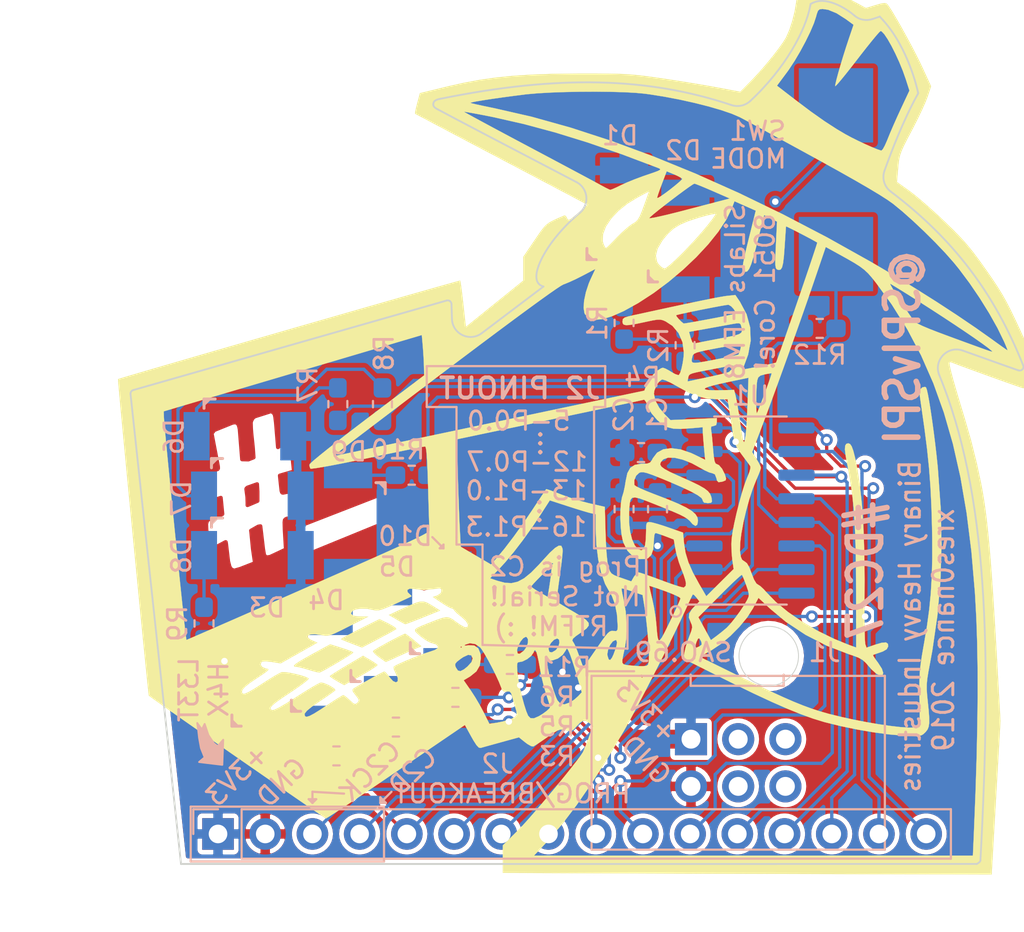
<source format=kicad_pcb>
(kicad_pcb (version 20171130) (host pcbnew "(5.1.2)-1")
  (title_block (title "SPIvSPI SAO Black") (date 2019-07-01) (rev 0) (company "Binary Heavy Industries"))
  (layers (0 F.Cu signal hide) (31 B.Cu signal hide) (34 B.Paste user hide) (35 F.Paste user hide) (36 B.SilkS user hide) (37 F.SilkS user hide) (38 B.Mask user hide) (39 F.Mask user hide) (44 Edge.Cuts user))
  (net 0 "")
  (net 1 GND)
  (net 2 +3V3)
  (net 3 "Net-(D1-Pad1)")
  (net 4 "Net-(D2-Pad1)")
  (net 5 "Net-(D3-Pad1)")
  (net 6 "Net-(D4-Pad1)")
  (net 7 "Net-(D5-Pad1)")
  (net 8 "Net-(D6-Pad1)")
  (net 9 "Net-(D7-Pad1)")
  (net 10 "Net-(D8-Pad1)")
  (net 11 "Net-(D9-Pad1)")
  (net 12 "Net-(D10-Pad1)")
  (net 13 "Net-(J1-Pad6)")
  (net 14 "Net-(J1-Pad5)")
  (net 15 "Net-(J1-Pad4)")
  (net 16 "Net-(J1-Pad3)")
  (net 17 "Net-(J2-Pad16)")
  (net 18 "Net-(J2-Pad15)")
  (net 19 "Net-(J2-Pad14)")
  (net 20 "Net-(J2-Pad13)")
  (net 21 "Net-(J2-Pad12)")
  (net 22 "Net-(J2-Pad11)")
  (net 23 "Net-(J2-Pad10)")
  (net 24 "Net-(J2-Pad9)")
  (net 25 "Net-(J2-Pad8)")
  (net 26 "Net-(J2-Pad7)")
  (net 27 "Net-(J2-Pad6)")
  (net 28 "Net-(J2-Pad5)")
  (net 29 "Net-(J2-Pad4)")
  (net 30 "Net-(J2-Pad3)")
  (module SPIvSPI_SAO:SunLED_3.2x2.8mm_PLCC2_bottom (layer B.Cu) (at 134.416 88.37)
    (fp_text reference D6 (at -3.816 0.03 270) (layer B.SilkS) (effects (justify mirror)))
    (fp_text value GRN)
    (pad 2 smd rect (at 2.6 0) (size 1.4 2.6) (layers B.Cu B.Paste B.Mask) (net 2 +3V3))
    (pad 1 smd rect (at -2.6 0) (size 1.4 2.6) (layers B.Cu B.Paste B.Mask) (net 8 "Net-(D6-Pad1)"))
  )
  (module SPIvSPI_SAO:SunLED_3.2x2.8mm_PLCC2_bottom (layer B.Cu) (at 134.816 91.57)
    (fp_text reference D7 (at -3.816 0.15 270) (layer B.SilkS) (effects (justify mirror)))
    (fp_text value GRN)
    (pad 2 smd rect (at 2.6 0) (size 1.4 2.6) (layers B.Cu B.Paste B.Mask) (net 2 +3V3))
    (pad 1 smd rect (at -2.6 0) (size 1.4 2.6) (layers B.Cu B.Paste B.Mask) (net 9 "Net-(D7-Pad1)"))
  )
  (module SPIvSPI_SAO:SunLED_3.2x2.8mm_PLCC2_bottom (layer B.Cu) (at 134.816 94.77)
    (fp_text reference D8 (at -3.816 0.03 270) (layer B.SilkS) (effects (justify mirror)))
    (fp_text value GRN)
    (pad 2 smd rect (at 2.6 0) (size 1.4 2.6) (layers B.Cu B.Paste B.Mask) (net 2 +3V3))
    (pad 1 smd rect (at -2.6 0) (size 1.4 2.6) (layers B.Cu B.Paste B.Mask) (net 10 "Net-(D8-Pad1)"))
  )
  (module SPIvSPI_SAO:SunLED_3.2x2.8mm_PLCC2_bottom (layer B.Cu) (at 145.316 97.87 90)
    (fp_text reference D10 (at 4.12 -2.266) (layer B.SilkS) (effects (justify mirror)))
    (fp_text value YEL)
    (pad 2 smd rect (at 2.6 0 90) (size 1.4 2.6) (layers B.Cu B.Paste B.Mask) (net 2 +3V3))
    (pad 1 smd rect (at -2.6 0 90) (size 1.4 2.6) (layers B.Cu B.Paste B.Mask) (net 12 "Net-(D10-Pad1)"))
  )
  (module SPIvSPI_SAO:SunLED_3.2x2.8mm_PLCC2_bottom (layer B.Cu) (at 139.966 93.07 270)
    (fp_text reference D9 (at -3.87 -0.034) (layer B.SilkS) (effects (justify mirror)))
    (fp_text value GRN)
    (pad 2 smd rect (at 2.6 0 270) (size 1.4 2.6) (layers B.Cu B.Paste B.Mask) (net 2 +3V3))
    (pad 1 smd rect (at -2.6 0 270) (size 1.4 2.6) (layers B.Cu B.Paste B.Mask) (net 11 "Net-(D9-Pad1)"))
  )
  (module SPIvSPI_SAO:SunLED_3.2x2.8mm_PLCC2_bottom (layer B.Cu) (at 142.116 99.37 90)
    (fp_text reference D5 (at 3.97 0.484) (layer B.SilkS) (effects (justify mirror)))
    (fp_text value YEL)
    (pad 2 smd rect (at 2.6 0 90) (size 1.4 2.6) (layers B.Cu B.Paste B.Mask) (net 2 +3V3))
    (pad 1 smd rect (at -2.6 0 90) (size 1.4 2.6) (layers B.Cu B.Paste B.Mask) (net 7 "Net-(D5-Pad1)"))
  )
  (module SPIvSPI_SAO:SunLED_3.2x2.8mm_PLCC2_bottom (layer B.Cu) (at 138.916 100.97 90)
    (fp_text reference D4 (at 3.77 -0.116) (layer B.SilkS) (effects (justify mirror)))
    (fp_text value YEL)
    (pad 2 smd rect (at 2.6 0 90) (size 1.4 2.6) (layers B.Cu B.Paste B.Mask) (net 2 +3V3))
    (pad 1 smd rect (at -2.6 0 90) (size 1.4 2.6) (layers B.Cu B.Paste B.Mask) (net 6 "Net-(D4-Pad1)"))
  )
  (module SPIvSPI_SAO:SunLED_3.2x2.8mm_PLCC2_bottom (layer B.Cu) (at 135.716 101.77 90)
    (fp_text reference D3 (at 4.17 -0.116) (layer B.SilkS) (effects (justify mirror)))
    (fp_text value YEL)
    (pad 2 smd rect (at 2.6 0 90) (size 1.4 2.6) (layers B.Cu B.Paste B.Mask) (net 2 +3V3))
    (pad 1 smd rect (at -2.6 0 90) (size 1.4 2.6) (layers B.Cu B.Paste B.Mask) (net 5 "Net-(D3-Pad1)"))
  )
  (module SPIvSPI_SAO:SunLED_3.2x2.8mm_PLCC2_bottom (layer B.Cu) (at 158.116 77.87 90)
    (fp_text reference D2 (at 4.87 -0.116) (layer B.SilkS) (effects (justify mirror)))
    (fp_text value BLUE)
    (pad 2 smd rect (at 2.6 0 90) (size 1.4 2.6) (layers B.Cu B.Paste B.Mask) (net 2 +3V3))
    (pad 1 smd rect (at -2.6 0 90) (size 1.4 2.6) (layers B.Cu B.Paste B.Mask) (net 4 "Net-(D2-Pad1)"))
  )
  (module SPIvSPI_SAO:SunLED_3.2x2.8mm_PLCC2_bottom (layer B.Cu) (at 154.816 76.67 90)
    (fp_text reference D1 (at 4.47 -0.216) (layer B.SilkS) (effects (justify mirror)))
    (fp_text value BLUE)
    (pad 2 smd rect (at 2.6 0 90) (size 1.4 2.6) (layers B.Cu B.Paste B.Mask) (net 2 +3V3))
    (pad 1 smd rect (at -2.6 0 90) (size 1.4 2.6) (layers B.Cu B.Paste B.Mask) (net 3 "Net-(D1-Pad1)"))
  )
  (module Connector_IDC:IDC-Header_2x03_P2.54mm_Vertical (layer B.Cu) (at 158.416 104.67 270)
    (fp_text reference J1 (at -4.67 -7.184) (layer B.SilkS) (effects (justify mirror)))
    (fp_text value SAO.69 (at -4.67 0.416) (layer B.SilkS) (effects (justify mirror)))
    (pad 1 thru_hole rect (at 0 0 270) (size 1.7272 1.7272) (drill 1.016) (layers *.Cu *.Mask) (net 2 +3V3))
    (pad 2 thru_hole oval (at 2.54 0 270) (size 1.7272 1.7272) (drill 1.016) (layers *.Cu *.Mask) (net 1 GND))
    (pad 3 thru_hole oval (at 0 -2.54 270) (size 1.7272 1.7272) (drill 1.016) (layers *.Cu *.Mask) (net 16 "Net-(J1-Pad3)"))
    (pad 4 thru_hole oval (at 2.54 -2.54 270) (size 1.7272 1.7272) (drill 1.016) (layers *.Cu *.Mask) (net 15 "Net-(J1-Pad4)"))
    (pad 5 thru_hole oval (at 0 -5.08 270) (size 1.7272 1.7272) (drill 1.016) (layers *.Cu *.Mask) (net 14 "Net-(J1-Pad5)"))
    (pad 6 thru_hole oval (at 2.54 -5.08 270) (size 1.7272 1.7272) (drill 1.016) (layers *.Cu *.Mask) (net 13 "Net-(J1-Pad6)"))
  )
  (module Resistor_SMD:R_0603_1608Metric_Pad1.05x0.95mm_HandSolder (layer B.Cu) (at 141.816 86.645 270)
    (fp_text reference R8 (at -2.745 -0.084 90) (layer B.SilkS) (effects (justify mirror)))
    (fp_text value 330)
    (pad 2 smd roundrect (at 0.875 0 270) (size 1.05 0.95) (layers B.Cu B.Paste B.Mask) (net 27 "Net-(J2-Pad6)"))
    (pad 1 smd roundrect (at -0.875 0 270) (size 1.05 0.95) (layers B.Cu B.Paste B.Mask) (net 9 "Net-(D7-Pad1)"))
  )
  (module Package_SO:SOIC-16_3.9x9.9mm_P1.27mm (layer B.Cu) (at 161.616 92.37)
    (fp_text reference U1 (at 0 -6.17) (layer B.SilkS) (effects (justify mirror)))
    (fp_text value EFM8BB10F8G-A-SOIC16)
    (pad 16 smd roundrect (at 2.475 4.445) (size 1.95 0.6) (layers B.Cu B.Paste B.Mask) (net 25 "Net-(J2-Pad8)"))
    (pad 15 smd roundrect (at 2.475 3.175) (size 1.95 0.6) (layers B.Cu B.Paste B.Mask) (net 24 "Net-(J2-Pad9)"))
    (pad 14 smd roundrect (at 2.475 1.905) (size 1.95 0.6) (layers B.Cu B.Paste B.Mask) (net 23 "Net-(J2-Pad10)"))
    (pad 13 smd roundrect (at 2.475 0.635) (size 1.95 0.6) (layers B.Cu B.Paste B.Mask) (net 22 "Net-(J2-Pad11)"))
    (pad 12 smd roundrect (at 2.475 -0.635) (size 1.95 0.6) (layers B.Cu B.Paste B.Mask) (net 21 "Net-(J2-Pad12)"))
    (pad 11 smd roundrect (at 2.475 -1.905) (size 1.95 0.6) (layers B.Cu B.Paste B.Mask) (net 20 "Net-(J2-Pad13)"))
    (pad 10 smd roundrect (at 2.475 -3.175) (size 1.95 0.6) (layers B.Cu B.Paste B.Mask) (net 19 "Net-(J2-Pad14)"))
    (pad 9 smd roundrect (at 2.475 -4.445) (size 1.95 0.6) (layers B.Cu B.Paste B.Mask) (net 18 "Net-(J2-Pad15)"))
    (pad 8 smd roundrect (at -2.475 -4.445) (size 1.95 0.6) (layers B.Cu B.Paste B.Mask) (net 17 "Net-(J2-Pad16)"))
    (pad 7 smd roundrect (at -2.475 -3.175) (size 1.95 0.6) (layers B.Cu B.Paste B.Mask) (net 29 "Net-(J2-Pad4)"))
    (pad 6 smd roundrect (at -2.475 -1.905) (size 1.95 0.6) (layers B.Cu B.Paste B.Mask) (net 30 "Net-(J2-Pad3)"))
    (pad 5 smd roundrect (at -2.475 -0.635) (size 1.95 0.6) (layers B.Cu B.Paste B.Mask) (net 2 +3V3))
    (pad 4 smd roundrect (at -2.475 0.635) (size 1.95 0.6) (layers B.Cu B.Paste B.Mask) (net 1 GND))
    (pad 3 smd roundrect (at -2.475 1.905) (size 1.95 0.6) (layers B.Cu B.Paste B.Mask) (net 28 "Net-(J2-Pad5)"))
    (pad 2 smd roundrect (at -2.475 3.175) (size 1.95 0.6) (layers B.Cu B.Paste B.Mask) (net 27 "Net-(J2-Pad6)"))
    (pad 1 smd roundrect (at -2.475 4.445) (size 1.95 0.6) (layers B.Cu B.Paste B.Mask) (net 26 "Net-(J2-Pad7)"))
  )
  (module SPIvSPI_SAO:C&K_PTS636_SMD_Tact_6.0x3.5_BACK (layer B.Cu) (at 166.216 74.57 90)
    (fp_text reference SW1 (at 2.62 -4.216 180) (layer B.SilkS) (effects (justify mirror)))
    (fp_text value MODE (at 1.12 -4.716 180) (layer B.SilkS) (effects (justify mirror)))
    (pad 2 smd rect (at 4 0 90) (size 4 4) (layers B.Cu B.Paste B.Mask) (net 1 GND))
    (pad 1 smd rect (at -4 0 90) (size 4 4) (layers B.Cu B.Paste B.Mask) (net 19 "Net-(J2-Pad14)"))
  )
  (module Resistor_SMD:R_0603_1608Metric_Pad1.05x0.95mm_HandSolder (layer B.Cu) (at 165.341 82.57)
    (fp_text reference R12 (at 0 1.43) (layer B.SilkS) (effects (justify mirror)))
    (fp_text value DNP)
    (pad 2 smd roundrect (at 0.875 0) (size 1.05 0.95) (layers B.Cu B.Paste B.Mask) (net 19 "Net-(J2-Pad14)"))
    (pad 1 smd roundrect (at -0.875 0) (size 1.05 0.95) (layers B.Cu B.Paste B.Mask) (net 2 +3V3))
  )
  (module Resistor_SMD:R_0603_1608Metric_Pad1.05x0.95mm_HandSolder (layer B.Cu) (at 148.675 100.65)
    (fp_text reference R11 (at 2.925 0.15) (layer B.SilkS) (effects (justify mirror)))
    (fp_text value 220)
    (pad 2 smd roundrect (at 0.875 0) (size 1.05 0.95) (layers B.Cu B.Paste B.Mask) (net 18 "Net-(J2-Pad15)"))
    (pad 1 smd roundrect (at -0.875 0) (size 1.05 0.95) (layers B.Cu B.Paste B.Mask) (net 12 "Net-(D10-Pad1)"))
  )
  (module Resistor_SMD:R_0603_1608Metric_Pad1.05x0.95mm_HandSolder (layer B.Cu) (at 143.391 90.47)
    (fp_text reference R10 (at -0.741 -1.37) (layer B.SilkS) (effects (justify mirror)))
    (fp_text value 330)
    (pad 2 smd roundrect (at 0.875 0) (size 1.05 0.95) (layers B.Cu B.Paste B.Mask) (net 20 "Net-(J2-Pad13)"))
    (pad 1 smd roundrect (at -0.875 0) (size 1.05 0.95) (layers B.Cu B.Paste B.Mask) (net 11 "Net-(D9-Pad1)"))
  )
  (module Resistor_SMD:R_0603_1608Metric_Pad1.05x0.95mm_HandSolder (layer B.Cu) (at 132.216 98.445 270)
    (fp_text reference R9 (at 0 1.43 90) (layer B.SilkS) (effects (justify mirror)))
    (fp_text value 330)
    (pad 2 smd roundrect (at 0.875 0 270) (size 1.05 0.95) (layers B.Cu B.Paste B.Mask) (net 28 "Net-(J2-Pad5)"))
    (pad 1 smd roundrect (at -0.875 0 270) (size 1.05 0.95) (layers B.Cu B.Paste B.Mask) (net 10 "Net-(D8-Pad1)"))
  )
  (module Resistor_SMD:R_0603_1608Metric_Pad1.05x0.95mm_HandSolder (layer B.Cu) (at 139.416 86.645 270)
    (fp_text reference R7 (at -1.045 1.616 90) (layer B.SilkS) (effects (justify mirror)))
    (fp_text value 330)
    (pad 2 smd roundrect (at 0.875 0 270) (size 1.05 0.95) (layers B.Cu B.Paste B.Mask) (net 26 "Net-(J2-Pad7)"))
    (pad 1 smd roundrect (at -0.875 0 270) (size 1.05 0.95) (layers B.Cu B.Paste B.Mask) (net 8 "Net-(D6-Pad1)"))
  )
  (module Resistor_SMD:R_0603_1608Metric_Pad1.05x0.95mm_HandSolder (layer B.Cu) (at 145.741 102.42)
    (fp_text reference R6 (at 5.459 -0.02) (layer B.SilkS) (effects (justify mirror)))
    (fp_text value 220)
    (pad 2 smd roundrect (at 0.875 0) (size 1.05 0.95) (layers B.Cu B.Paste B.Mask) (net 25 "Net-(J2-Pad8)"))
    (pad 1 smd roundrect (at -0.875 0) (size 1.05 0.95) (layers B.Cu B.Paste B.Mask) (net 7 "Net-(D5-Pad1)"))
  )
  (module Resistor_SMD:R_0603_1608Metric_Pad1.05x0.95mm_HandSolder (layer B.Cu) (at 142.541 104.02)
    (fp_text reference R5 (at 8.659 -0.02) (layer B.SilkS) (effects (justify mirror)))
    (fp_text value 220)
    (pad 2 smd roundrect (at 0.875 0) (size 1.05 0.95) (layers B.Cu B.Paste B.Mask) (net 24 "Net-(J2-Pad9)"))
    (pad 1 smd roundrect (at -0.875 0) (size 1.05 0.95) (layers B.Cu B.Paste B.Mask) (net 6 "Net-(D4-Pad1)"))
  )
  (module Resistor_SMD:R_0603_1608Metric_Pad1.05x0.95mm_HandSolder (layer B.Cu) (at 155.725 89.25)
    (fp_text reference R4 (at 0.075 -4.05) (layer B.SilkS) (effects (justify mirror)))
    (fp_text value 1K)
    (pad 1 smd roundrect (at -0.875 0) (size 1.05 0.95) (layers B.Cu B.Paste B.Mask) (net 2 +3V3))
    (pad 2 smd roundrect (at 0.875 0) (size 1.05 0.95) (layers B.Cu B.Paste B.Mask) (net 30 "Net-(J2-Pad3)"))
  )
  (module Resistor_SMD:R_0603_1608Metric_Pad1.05x0.95mm_HandSolder (layer B.Cu) (at 139.341 105.57)
    (fp_text reference R3 (at 11.859 0.03) (layer B.SilkS) (effects (justify mirror)))
    (fp_text value 220)
    (pad 2 smd roundrect (at 0.875 0) (size 1.05 0.95) (layers B.Cu B.Paste B.Mask) (net 23 "Net-(J2-Pad10)"))
    (pad 1 smd roundrect (at -0.875 0) (size 1.05 0.95) (layers B.Cu B.Paste B.Mask) (net 5 "Net-(D3-Pad1)"))
  )
  (module Resistor_SMD:R_0603_1608Metric_Pad1.05x0.95mm_HandSolder (layer B.Cu) (at 158.1 83.475 270)
    (fp_text reference R2 (at 0 1.43 90) (layer B.SilkS) (effects (justify mirror)))
    (fp_text value 330)
    (pad 2 smd roundrect (at 0.875 0 270) (size 1.05 0.95) (layers B.Cu B.Paste B.Mask) (net 22 "Net-(J2-Pad11)"))
    (pad 1 smd roundrect (at -0.875 0 270) (size 1.05 0.95) (layers B.Cu B.Paste B.Mask) (net 4 "Net-(D2-Pad1)"))
  )
  (module Resistor_SMD:R_0603_1608Metric_Pad1.05x0.95mm_HandSolder (layer B.Cu) (at 154.816 82.275 270)
    (fp_text reference R1 (at 0 1.43 90) (layer B.SilkS) (effects (justify mirror)))
    (fp_text value 330)
    (pad 2 smd roundrect (at 0.875 0 270) (size 1.05 0.95) (layers B.Cu B.Paste B.Mask) (net 21 "Net-(J2-Pad12)"))
    (pad 1 smd roundrect (at -0.875 0 270) (size 1.05 0.95) (layers B.Cu B.Paste B.Mask) (net 3 "Net-(D1-Pad1)"))
  )
  (module Connector_PinHeader_2.54mm:PinHeader_1x16_P2.54mm_Vertical (layer B.Cu) (at 132.969 109.77 270)
    (fp_text reference J2 (at -3.77 -15.031 180) (layer B.SilkS) (effects (justify mirror)))
    (fp_text value PROG/BREAKOUT (at -2.17 -15.831 180) (layer B.SilkS) (effects (justify mirror)))
    (pad 16 thru_hole oval (at 0 -38.1 270) (size 1.7 1.7) (drill 1) (layers *.Cu *.Mask) (net 17 "Net-(J2-Pad16)"))
    (pad 15 thru_hole oval (at 0 -35.56 270) (size 1.7 1.7) (drill 1) (layers *.Cu *.Mask) (net 18 "Net-(J2-Pad15)"))
    (pad 14 thru_hole oval (at 0 -33.02 270) (size 1.7 1.7) (drill 1) (layers *.Cu *.Mask) (net 19 "Net-(J2-Pad14)"))
    (pad 13 thru_hole oval (at 0 -30.48 270) (size 1.7 1.7) (drill 1) (layers *.Cu *.Mask) (net 20 "Net-(J2-Pad13)"))
    (pad 12 thru_hole oval (at 0 -27.94 270) (size 1.7 1.7) (drill 1) (layers *.Cu *.Mask) (net 21 "Net-(J2-Pad12)"))
    (pad 11 thru_hole oval (at 0 -25.4 270) (size 1.7 1.7) (drill 1) (layers *.Cu *.Mask) (net 22 "Net-(J2-Pad11)"))
    (pad 10 thru_hole oval (at 0 -22.86 270) (size 1.7 1.7) (drill 1) (layers *.Cu *.Mask) (net 23 "Net-(J2-Pad10)"))
    (pad 9 thru_hole oval (at 0 -20.32 270) (size 1.7 1.7) (drill 1) (layers *.Cu *.Mask) (net 24 "Net-(J2-Pad9)"))
    (pad 8 thru_hole oval (at 0 -17.78 270) (size 1.7 1.7) (drill 1) (layers *.Cu *.Mask) (net 25 "Net-(J2-Pad8)"))
    (pad 7 thru_hole oval (at 0 -15.24 270) (size 1.7 1.7) (drill 1) (layers *.Cu *.Mask) (net 26 "Net-(J2-Pad7)"))
    (pad 6 thru_hole oval (at 0 -12.7 270) (size 1.7 1.7) (drill 1) (layers *.Cu *.Mask) (net 27 "Net-(J2-Pad6)"))
    (pad 5 thru_hole oval (at 0 -10.16 270) (size 1.7 1.7) (drill 1) (layers *.Cu *.Mask) (net 28 "Net-(J2-Pad5)"))
    (pad 4 thru_hole oval (at 0 -7.62 270) (size 1.7 1.7) (drill 1) (layers *.Cu *.Mask) (net 29 "Net-(J2-Pad4)"))
    (pad 3 thru_hole oval (at 0 -5.08 270) (size 1.7 1.7) (drill 1) (layers *.Cu *.Mask) (net 30 "Net-(J2-Pad3)"))
    (pad 2 thru_hole oval (at 0 -2.54 270) (size 1.7 1.7) (drill 1) (layers *.Cu *.Mask) (net 1 GND))
    (pad 1 thru_hole rect (at 0 0 270) (size 1.7 1.7) (drill 1) (layers *.Cu *.Mask) (net 2 +3V3))
  )
  (module Capacitor_SMD:C_0603_1608Metric_Pad1.05x0.95mm_HandSolder (layer B.Cu) (at 154.816 92.295 270)
    (fp_text reference C2 (at -5.095 0.016 90) (layer B.SilkS) (effects (justify mirror)))
    (fp_text value 10uF)
    (pad 2 smd roundrect (at 0.875 0 270) (size 1.05 0.95) (layers B.Cu B.Paste B.Mask) (net 1 GND))
    (pad 1 smd roundrect (at -0.875 0 270) (size 1.05 0.95) (layers B.Cu B.Paste B.Mask) (net 2 +3V3))
  )
  (module Capacitor_SMD:C_0603_1608Metric_Pad1.05x0.95mm_HandSolder (layer B.Cu) (at 156.616 92.295 270)
    (fp_text reference C1 (at -5.095 0.016 90) (layer B.SilkS) (effects (justify mirror)))
    (fp_text value 0.1uF)
    (pad 2 smd roundrect (at 0.875 0 270) (size 1.05 0.95) (layers B.Cu B.Paste B.Mask) (net 1 GND))
    (pad 1 smd roundrect (at -0.875 0 270) (size 1.05 0.95) (layers B.Cu B.Paste B.Mask) (net 2 +3V3))
  )
  (module SPIvSPI_SAO:white_cu_mask_keepout (layer F.Cu) (at 145.9865 89.408)
    (fp_text reference G*** hide)
    (fp_text value LOGO hide)
  )
  (module SPIvSPI_SAO:white_silk (layer F.Cu) (at 152.273 88.0745)
    (fp_text reference G*** hide)
    (fp_text value LOGO hide)
  )
  (gr_line (start 158.4 101.8) (end 158.4 101.2) (layer B.SilkS) (width 0.12))
  (gr_line (start 163.4 101.8) (end 158.4 101.8) (layer B.SilkS) (width 0.12))
  (gr_line (start 163.4 101.2) (end 163.4 101.8) (layer B.SilkS) (width 0.12))
  (gr_text GND (at 156 105.8 -45) (layer B.SilkS) (effects (font (size 1 1)) (justify mirror)))
  (gr_text +3V3 (at 156 103.2 -45) (layer B.SilkS) (effects (font (size 1 1)) (justify mirror)))
  (gr_circle (center 157.6 97.8) (end 157.4 98) (layer B.SilkS) (width 0.12))
  (gr_line (start 145.8 94.2) (end 145.8 93.8) (layer B.SilkS) (width 0.12))
  (gr_line (start 147.2 94.2) (end 145.8 94.2) (layer B.SilkS) (width 0.12))
  (gr_line (start 147.2 99.6) (end 147.2 94.2) (layer B.SilkS) (width 0.12))
  (gr_line (start 155 99.8) (end 147.2 99.6) (layer B.SilkS) (width 0.12))
  (gr_line (start 155 98) (end 155 99.8) (layer B.SilkS) (width 0.12))
  (gr_line (start 156 98) (end 155 98) (layer B.SilkS) (width 0.12))
  (gr_line (start 156 94.4) (end 156 98) (layer B.SilkS) (width 0.12))
  (gr_line (start 153.2 94.4) (end 156 94.4) (layer B.SilkS) (width 0.12))
  (gr_line (start 153.2 86.8) (end 153.2 94.4) (layer B.SilkS) (width 0.12))
  (gr_line (start 153.8 86.8) (end 153.2 86.8) (layer B.SilkS) (width 0.12))
  (gr_line (start 153.8 84.6) (end 153.8 86.8) (layer B.SilkS) (width 0.12))
  (gr_line (start 145.8 86.8) (end 145.8 93.8) (layer B.SilkS) (width 0.12))
  (gr_line (start 144.2 86.8) (end 145.8 86.8) (layer B.SilkS) (width 0.12))
  (gr_line (start 144.2 84.6) (end 144.2 86.8) (layer B.SilkS) (width 0.12))
  (gr_line (start 153.8 84.6) (end 144.2 84.6) (layer B.SilkS) (width 0.12))
  (gr_text "Prog is C2\nNot Serial!\n  RTFM! :)" (at 151.65 97) (layer B.SilkS) (effects (font (size 1 1)) (justify mirror)))
  (gr_line (start 144.9 94.4) (end 145.1 94.4) (layer B.SilkS) (width 0.12))
  (gr_line (start 145.1 94.2) (end 144.9 94.4) (layer B.SilkS) (width 0.12))
  (gr_line (start 145.1 94.4) (end 145.1 94.2) (layer B.SilkS) (width 0.12))
  (gr_line (start 144.5 93.8) (end 145.1 94.4) (layer B.SilkS) (width 0.12))
  (gr_text "xres0nance 2019" (at 172 98.8 90) (layer B.SilkS) (effects (font (size 1.1 1) (thickness 0.16)) (justify mirror)))
  (gr_text "SiLabs EFM8\n8051 Core!" (at 161.6 80.6 90) (layer B.SilkS) (effects (font (size 1 1)) (justify mirror)))
  (gr_text "#DC27" (at 167.8 95.6 90) (layer B.SilkS) (effects (font (size 1.8 1.5) (thickness 0.3)) (justify mirror)))
  (gr_text @SPIvSPI (at 169.8 83.6 90) (layer B.SilkS) (effects (font (size 1.8 1.5) (thickness 0.3)) (justify mirror)))
  (gr_line (start 141.9 111.25) (end 131.5 111.25) (layer B.SilkS) (width 0.12))
  (gr_line (start 131.5 108.3) (end 131.5 111.25) (layer B.SilkS) (width 0.12))
  (gr_line (start 141.9 108.3) (end 131.5 108.3) (layer B.SilkS) (width 0.12))
  (gr_line (start 141.9 111.25) (end 141.9 108.3) (layer B.SilkS) (width 0.12))
  (gr_poly (pts (xy 132.25 103.85) (xy 132.45 104.45) (xy 132.75 104.9) (xy 132.95 105.05) (xy 133.25 104.7) (xy 133.2 106.05) (xy 131.95 105.9) (xy 132.25 105.65) (xy 132.05 105.15) (xy 131.95 104.6) (xy 131.9 104.15) (xy 131.85 103.8) (xy 132.1 104.15)) (layer B.SilkS) (width 0.1))
  (gr_text "L33T\nH4X" (at 132.2 102 90) (layer B.SilkS) (effects (font (size 1 1)) (justify mirror)))
  (gr_line (start 142 108.1) (end 141.7 108.1) (layer B.SilkS) (width 0.12))
  (gr_line (start 141.7 107.8) (end 142 108.1) (layer B.SilkS) (width 0.12))
  (gr_line (start 141.7 108.1) (end 141.7 107.8) (layer B.SilkS) (width 0.12))
  (gr_line (start 142.3 107.5) (end 141.7 108.1) (layer B.SilkS) (width 0.12))
  (gr_line (start 137.85 107.9) (end 138.05 108.1) (layer B.SilkS) (width 0.12))
  (gr_line (start 138.25 107.9) (end 137.85 107.9) (layer B.SilkS) (width 0.12))
  (gr_line (start 138.05 108.1) (end 138.25 107.9) (layer B.SilkS) (width 0.12))
  (gr_line (start 138.05 107.5) (end 138.05 108.1) (layer B.SilkS) (width 0.12))
  (gr_line (start 139.75 107.6) (end 138.05 107.5) (layer B.SilkS) (width 0.12))
  (gr_text "Binary Heavy Industries" (at 170.2 98.6 90) (layer B.SilkS) (effects (font (size 1.1 1) (thickness 0.16)) (justify mirror)))
  (gr_text "J2 PINOUT" (at 149.2 85.8) (layer B.SilkS) (effects (font (size 1.1 1.1) (thickness 0.2)) (justify mirror)))
  (gr_text ... (at 149.85 92.4 90) (layer B.SilkS) (effects (font (size 1 1)) (justify mirror)))
  (gr_text ... (at 149.9 88.75 90) (layer B.SilkS) (effects (font (size 1 1)) (justify mirror)))
  (gr_text 16-P1.3 (at 149.55 93.25) (layer B.SilkS) (effects (font (size 1 1)) (justify mirror)))
  (gr_text 13-P1.0 (at 149.55 91.3) (layer B.SilkS) (effects (font (size 1 1)) (justify mirror)))
  (gr_text 12-P0.7 (at 149.6 89.75) (layer B.SilkS) (effects (font (size 1 1)) (justify mirror)))
  (gr_text 5-P0.0 (at 149.15 87.55) (layer B.SilkS) (effects (font (size 1 1)) (justify mirror)))
  (gr_text C2D (at 143.45 106.4 45) (layer B.SilkS) (effects (font (size 1 1)) (justify mirror)))
  (gr_text C2CK (at 141.15 106.4 45) (layer B.SilkS) (effects (font (size 1 1)) (justify mirror)))
  (gr_text GND (at 136.4 107 45) (layer B.SilkS) (effects (font (size 1 1)) (justify mirror)))
  (gr_text +3V3 (at 134 106.6 45) (layer B.SilkS) (effects (font (size 1 1)) (justify mirror)))
  (gr_circle (center 162.6 100.2) (end 164.2 100.2) (layer Edge.Cuts) (width 0.05))
  (gr_curve (pts (xy 176.099101 84.838921) (xy 176.141475 84.838921) (xy 176.183506 84.82583) (xy 176.219679 84.799303)) (layer Edge.Cuts) (width 0.1))
  (gr_curve (pts (xy 128.408299 85.888125) (xy 128.313467 85.91522) (xy 128.251754 86.006465) (xy 128.26191 86.104568)) (layer Edge.Cuts) (width 0.1))
  (gr_curve (pts (xy 175.999193 84.817906) (xy 176.006471 84.820512) (xy 176.014136 84.820038) (xy 176.021608 84.821718)) (layer Edge.Cuts) (width 0.1))
  (gr_curve (pts (xy 176.021608 84.821718) (xy 176.046499 84.832096) (xy 176.072444 84.838921) (xy 176.099101 84.838921)) (layer Edge.Cuts) (width 0.1))
  (gr_curve (pts (xy 173.040791 83.764471) (xy 174.779359 84.391438) (xy 175.964884 84.805976) (xy 175.999193 84.817906)) (layer Edge.Cuts) (width 0.1))
  (gr_curve (pts (xy 171.773468 85.082613) (xy 171.444061 84.280459) (xy 172.225057 83.4703) (xy 173.040791 83.764471)) (layer Edge.Cuts) (width 0.1))
  (gr_curve (pts (xy 173.790542 111.38321) (xy 173.790542 111.38321) (xy 173.981745 111.296394) (xy 173.987257 111.190974)) (layer Edge.Cuts) (width 0.1))
  (gr_curve (pts (xy 130.978465 111.384932) (xy 130.978465 111.384932) (xy 173.790542 111.38321) (xy 173.790542 111.38321)) (layer Edge.Cuts) (width 0.1))
  (gr_curve (pts (xy 128.26191 86.104568) (xy 128.26191 86.104568) (xy 130.978465 111.384932) (xy 130.978465 111.384932)) (layer Edge.Cuts) (width 0.1))
  (gr_curve (pts (xy 145.269975 81.070504) (xy 145.269975 81.070504) (xy 128.408299 85.888125) (xy 128.408299 85.888125)) (layer Edge.Cuts) (width 0.1))
  (gr_curve (pts (xy 176.219679 84.799303) (xy 176.294093 84.744526) (xy 176.321998 84.646513) (xy 176.287892 84.560558)) (layer Edge.Cuts) (width 0.1))
  (gr_curve (pts (xy 173.987257 111.190974) (xy 174.605602 99.694464) (xy 174.368507 91.401907) (xy 171.773468 85.082613)) (layer Edge.Cuts) (width 0.1))
  (gr_curve (pts (xy 168.826549 74.0859) (xy 169.192276 73.059697) (xy 169.851445 71.341137) (xy 170.60314 69.99056)) (layer Edge.Cuts) (width 0.1))
  (gr_curve (pts (xy 170.640347 69.924242) (xy 170.640347 69.924242) (xy 170.6245 69.85) (xy 170.6245 69.85)) (layer Edge.Cuts) (width 0.1))
  (gr_curve (pts (xy 145.445502 81.10151) (xy 145.39486 81.064647) (xy 145.329919 81.052934) (xy 145.269975 81.070504)) (layer Edge.Cuts) (width 0.1))
  (gr_curve (pts (xy 145.528874 81.259123) (xy 145.526807 81.196594) (xy 145.495973 81.138372) (xy 145.445502 81.10151)) (layer Edge.Cuts) (width 0.1))
  (gr_curve (pts (xy 150.478464 80.317535) (xy 150.478464 80.317535) (xy 147.15806 82.827841) (xy 147.15806 82.827841)) (layer Edge.Cuts) (width 0.1))
  (gr_curve (pts (xy 145.555538 82.063293) (xy 145.555538 82.063293) (xy 145.528874 81.259123) (xy 145.528874 81.259123)) (layer Edge.Cuts) (width 0.1))
  (gr_curve (pts (xy 147.15806 82.827841) (xy 146.511448 83.316696) (xy 145.582401 82.873456) (xy 145.555538 82.063293)) (layer Edge.Cuts) (width 0.1))
  (gr_curve (pts (xy 150.200251 80.140328) (xy 150.263791 80.226348) (xy 150.35767 80.285065) (xy 150.478464 80.317535)) (layer Edge.Cuts) (width 0.1))
  (gr_curve (pts (xy 150.208691 79.224794) (xy 150.061414 79.640272) (xy 150.058485 79.948264) (xy 150.200251 80.140328)) (layer Edge.Cuts) (width 0.1))
  (gr_curve (pts (xy 152.436326 76.347181) (xy 151.229811 77.35982) (xy 150.479317 78.461772) (xy 150.208691 79.224794)) (layer Edge.Cuts) (width 0.1))
  (gr_curve (pts (xy 152.251087 74.698233) (xy 152.880422 75.026219) (xy 152.979912 75.890945) (xy 152.436326 76.347181)) (layer Edge.Cuts) (width 0.1))
  (gr_curve (pts (xy 144.806954 70.794933) (xy 145.377108 71.105017) (xy 148.632059 72.81213) (xy 152.251087 74.698233)) (layer Edge.Cuts) (width 0.1))
  (gr_curve (pts (xy 161.606137 70.333489) (xy 161.331571 70.588637) (xy 160.94175 70.671944) (xy 160.586343 70.552894)) (layer Edge.Cuts) (width 0.1))
  (gr_curve (pts (xy 160.586343 70.552894) (xy 156.107198 69.052519) (xy 151.280728 68.927699) (xy 144.946595 70.214319)) (layer Edge.Cuts) (width 0.1))
  (gr_curve (pts (xy 167.223124 65.750143) (xy 166.653482 65.265018) (xy 165.640011 64.699704) (xy 164.936991 65.072514)) (layer Edge.Cuts) (width 0.1))
  (gr_curve (pts (xy 164.832605 65.213935) (xy 164.578135 66.550484) (xy 163.488987 68.583798) (xy 161.606137 70.333489)) (layer Edge.Cuts) (width 0.1))
  (gr_curve (pts (xy 169.155301 75.202571) (xy 168.812735 74.943556) (xy 168.682374 74.490442) (xy 168.826549 74.0859)) (layer Edge.Cuts) (width 0.1))
  (gr_curve (pts (xy 164.850864 65.118161) (xy 164.850864 65.118161) (xy 164.832605 65.213935) (xy 164.832605 65.213935)) (layer Edge.Cuts) (width 0.1))
  (gr_curve (pts (xy 164.936991 65.072514) (xy 164.936991 65.072514) (xy 164.850864 65.118161) (xy 164.850864 65.118161)) (layer Edge.Cuts) (width 0.1))
  (gr_curve (pts (xy 144.54972 70.508301) (xy 144.535022 70.655291) (xy 144.696711 70.736136) (xy 144.806954 70.794933)) (layer Edge.Cuts) (width 0.1))
  (gr_curve (pts (xy 144.946595 70.214319) (xy 144.740809 70.251067) (xy 144.55707 70.309863) (xy 144.54972 70.508301)) (layer Edge.Cuts) (width 0.1))
  (gr_curve (pts (xy 176.287892 84.560558) (xy 174.757399 80.707651) (xy 172.564957 77.780618) (xy 169.155301 75.202571)) (layer Edge.Cuts) (width 0.1))
  (gr_curve (pts (xy 168.178928 65.926067) (xy 167.851196 66.034648) (xy 167.485973 65.973994) (xy 167.223124 65.750143)) (layer Edge.Cuts) (width 0.1))
  (gr_curve (pts (xy 170.60314 69.99056) (xy 170.60314 69.99056) (xy 170.640347 69.924242) (xy 170.640347 69.924242)) (layer Edge.Cuts) (width 0.1))
  (gr_curve (pts (xy 168.572601 65.795639) (xy 168.572601 65.795639) (xy 168.178928 65.926067) (xy 168.178928 65.926067)) (layer Edge.Cuts) (width 0.1))
  (gr_curve (pts (xy 168.735898 65.974268) (xy 168.735898 65.974268) (xy 168.572601 65.795639) (xy 168.572601 65.795639)) (layer Edge.Cuts) (width 0.1))
  (gr_curve (pts (xy 170.6245 69.85) (xy 170.604518 69.754226) (xy 170.117726 67.487698) (xy 168.735898 65.974268)) (layer Edge.Cuts) (width 0.1))
  (segment (start 156.616 93.17) (end 154.816 93.17) (width 0.4064) (layer B.Cu) (net 1))
  (segment (start 157.566 93.17) (end 156.616 93.17) (width 0.4064) (layer B.Cu) (net 1))
  (segment (start 159.141 93.005) (end 157.731 93.005) (width 0.4064) (layer B.Cu) (net 1))
  (segment (start 157.731 93.005) (end 157.566 93.17) (width 0.4064) (layer B.Cu) (net 1))
  (via (at 156.616 94.27) (size 0.65) (drill 0.35) (layers F.Cu B.Cu) (net 1))
  (segment (start 156.616 93.17) (end 156.616 94.27) (width 0.4064) (layer B.Cu) (net 1))
  (via (at 162.95 75.75) (size 0.65) (drill 0.35) (layers F.Cu B.Cu) (net 1))
  (segment (start 163.2138 75.75) (end 162.95 75.75) (width 0.1778) (layer B.Cu) (net 1))
  (segment (start 166.216 70.57) (end 166.216 72.7478) (width 0.1778) (layer B.Cu) (net 1))
  (segment (start 166.216 72.7478) (end 163.2138 75.75) (width 0.1778) (layer B.Cu) (net 1))
  (segment (start 156.616 91.42) (end 154.816 91.42) (width 0.4064) (layer B.Cu) (net 2))
  (segment (start 157.466 91.42) (end 156.616 91.42) (width 0.4064) (layer B.Cu) (net 2))
  (segment (start 159.141 91.735) (end 157.781 91.735) (width 0.4064) (layer B.Cu) (net 2))
  (segment (start 157.781 91.735) (end 157.466 91.42) (width 0.4064) (layer B.Cu) (net 2))
  (via (at 152.35 101.9) (size 0.65) (drill 0.35) (layers F.Cu B.Cu) (net 2))
  (segment (start 158.416 104.67) (end 155.12 104.67) (width 1.016) (layer F.Cu) (net 2))
  (segment (start 155.12 104.67) (end 152.35 101.9) (width 1.016) (layer F.Cu) (net 2))
  (via (at 151.5 101.05) (size 0.65) (drill 0.35) (layers F.Cu B.Cu) (net 2))
  (segment (start 152.35 101.9) (end 151.5 101.05) (width 1.016) (layer F.Cu) (net 2))
  (segment (start 137.416 91.57) (end 137.416 94.77) (width 0.4064) (layer B.Cu) (net 2))
  (segment (start 137.25 91.404) (end 137.416 91.57) (width 0.4064) (layer B.Cu) (net 2))
  (segment (start 137.016 88.37) (end 137.25 88.604) (width 0.4064) (layer B.Cu) (net 2))
  (segment (start 137.25 88.604) (end 137.25 91.404) (width 0.4064) (layer B.Cu) (net 2))
  (segment (start 154.816 80.1478) (end 154.816 81.4) (width 0.1778) (layer B.Cu) (net 3))
  (segment (start 154.816 79.27) (end 154.816 80.1478) (width 0.1778) (layer B.Cu) (net 3))
  (segment (start 158.116 82.159) (end 158.1 82.175) (width 0.1778) (layer B.Cu) (net 4))
  (segment (start 158.1 80.486) (end 158.116 80.47) (width 0.1778) (layer B.Cu) (net 4))
  (segment (start 158.1 82.6) (end 158.1 80.486) (width 0.1778) (layer B.Cu) (net 4))
  (segment (start 137.1938 104.37) (end 135.716 104.37) (width 0.1778) (layer B.Cu) (net 5))
  (segment (start 137.466 104.6422) (end 137.1938 104.37) (width 0.1778) (layer B.Cu) (net 5))
  (segment (start 137.466 105.27) (end 137.466 104.6422) (width 0.1778) (layer B.Cu) (net 5))
  (segment (start 138.466 105.57) (end 137.766 105.57) (width 0.1778) (layer B.Cu) (net 5))
  (segment (start 137.766 105.57) (end 137.466 105.27) (width 0.1778) (layer B.Cu) (net 5))
  (segment (start 140.466 103.57) (end 138.916 103.57) (width 0.1778) (layer B.Cu) (net 6))
  (segment (start 141.666 104.02) (end 140.916 104.02) (width 0.1778) (layer B.Cu) (net 6))
  (segment (start 140.916 104.02) (end 140.466 103.57) (width 0.1778) (layer B.Cu) (net 6))
  (segment (start 143.666 101.97) (end 142.116 101.97) (width 0.1778) (layer B.Cu) (net 7))
  (segment (start 144.866 102.42) (end 144.116 102.42) (width 0.1778) (layer B.Cu) (net 7))
  (segment (start 144.116 102.42) (end 143.666 101.97) (width 0.1778) (layer B.Cu) (net 7))
  (segment (start 138.416 85.77) (end 139.416 85.77) (width 0.1778) (layer B.Cu) (net 8))
  (segment (start 137.666 86.52) (end 138.416 85.77) (width 0.1778) (layer B.Cu) (net 8))
  (segment (start 132.1882 86.52) (end 137.666 86.52) (width 0.1778) (layer B.Cu) (net 8))
  (segment (start 131.816 88.37) (end 131.816 86.8922) (width 0.1778) (layer B.Cu) (net 8))
  (segment (start 131.816 86.8922) (end 132.1882 86.52) (width 0.1778) (layer B.Cu) (net 8))
  (segment (start 141.316928 85.270928) (end 141.816 85.77) (width 0.1778) (layer B.Cu) (net 9))
  (segment (start 140.816 84.77) (end 141.316928 85.270928) (width 0.1778) (layer B.Cu) (net 9))
  (segment (start 131.3382 91.57) (end 130.816 91.0478) (width 0.1778) (layer B.Cu) (net 9))
  (segment (start 138.816 84.77) (end 140.816 84.77) (width 0.1778) (layer B.Cu) (net 9))
  (segment (start 132.216 91.57) (end 131.3382 91.57) (width 0.1778) (layer B.Cu) (net 9))
  (segment (start 130.816 91.0478) (end 130.816 86.935658) (width 0.1778) (layer B.Cu) (net 9))
  (segment (start 130.816 86.935658) (end 131.581658 86.17) (width 0.1778) (layer B.Cu) (net 9))
  (segment (start 131.581658 86.17) (end 137.416 86.17) (width 0.1778) (layer B.Cu) (net 9))
  (segment (start 137.416 86.17) (end 138.816 84.77) (width 0.1778) (layer B.Cu) (net 9))
  (segment (start 132.216 96.2478) (end 132.216 97.57) (width 0.1778) (layer B.Cu) (net 10))
  (segment (start 132.216 94.77) (end 132.216 96.2478) (width 0.1778) (layer B.Cu) (net 10))
  (segment (start 142.516 90.47) (end 139.966 90.47) (width 0.1778) (layer B.Cu) (net 11))
  (segment (start 145.496 100.65) (end 145.316 100.47) (width 0.1778) (layer B.Cu) (net 12))
  (segment (start 147.8 100.65) (end 145.496 100.65) (width 0.1778) (layer B.Cu) (net 12))
  (via (at 160.816 88.67) (size 0.65) (drill 0.35) (layers F.Cu B.Cu) (net 17))
  (segment (start 160.216 87.925) (end 159.141 87.925) (width 0.1778) (layer B.Cu) (net 17))
  (segment (start 160.530619 87.925) (end 160.216 87.925) (width 0.1778) (layer B.Cu) (net 17))
  (segment (start 160.816 88.210381) (end 160.530619 87.925) (width 0.1778) (layer B.Cu) (net 17))
  (segment (start 160.816 88.67) (end 160.816 88.210381) (width 0.1778) (layer B.Cu) (net 17))
  (via (at 168.216 91.17) (size 0.65) (drill 0.35) (layers F.Cu B.Cu) (net 17))
  (segment (start 167.756381 91.17) (end 168.216 91.17) (width 0.1778) (layer F.Cu) (net 17))
  (segment (start 164.02 91.17) (end 167.756381 91.17) (width 0.1778) (layer F.Cu) (net 17))
  (segment (start 160.816 88.67) (end 161.52 88.67) (width 0.1778) (layer F.Cu) (net 17))
  (segment (start 161.52 88.67) (end 164.02 91.17) (width 0.1778) (layer F.Cu) (net 17))
  (segment (start 168 91.386) (end 168.216 91.17) (width 0.1778) (layer B.Cu) (net 17))
  (segment (start 168 97.35) (end 168 91.386) (width 0.1778) (layer B.Cu) (net 17))
  (segment (start 171.069 109.769) (end 168 106.7) (width 0.1778) (layer B.Cu) (net 17))
  (segment (start 168 106.7) (end 168 98.85) (width 0.1778) (layer B.Cu) (net 17))
  (segment (start 168 98.85) (end 168.35 98.5) (width 0.1778) (layer B.Cu) (net 17))
  (segment (start 168.35 98.5) (end 168.35 97.7) (width 0.1778) (layer B.Cu) (net 17))
  (segment (start 171.069 109.77) (end 171.069 109.769) (width 0.1778) (layer B.Cu) (net 17))
  (segment (start 168.35 97.7) (end 168 97.35) (width 0.1778) (layer B.Cu) (net 17))
  (via (at 164.916 98.07) (size 0.65) (drill 0.35) (layers F.Cu B.Cu) (net 18))
  (segment (start 167.616 98.17) (end 167.616 90.37) (width 0.1778) (layer B.Cu) (net 18))
  (via (at 167.7823 89.980319) (size 0.65) (drill 0.35) (layers F.Cu B.Cu) (net 18))
  (segment (start 167.616 90.37) (end 167.616 90.146619) (width 0.1778) (layer B.Cu) (net 18))
  (segment (start 167.616 90.146619) (end 167.7823 89.980319) (width 0.1778) (layer B.Cu) (net 18))
  (via (at 165.716002 88.57) (size 0.65) (drill 0.35) (layers F.Cu B.Cu) (net 18))
  (segment (start 165.716 88.57) (end 165.716002 88.57) (width 0.1778) (layer B.Cu) (net 18))
  (segment (start 164.091 87.925) (end 165.071 87.925) (width 0.1778) (layer B.Cu) (net 18))
  (segment (start 165.071 87.925) (end 165.716 88.57) (width 0.1778) (layer B.Cu) (net 18))
  (via (at 154.616 105.67) (size 0.65) (drill 0.35) (layers F.Cu B.Cu) (net 18))
  (segment (start 165.716002 89.216002) (end 165.716002 88.57) (width 0.1778) (layer F.Cu) (net 18))
  (segment (start 167.7823 89.980319) (end 166.480319 89.980319) (width 0.1778) (layer F.Cu) (net 18))
  (segment (start 166.480319 89.980319) (end 165.716002 89.216002) (width 0.1778) (layer F.Cu) (net 18))
  (segment (start 154.616 104.984) (end 154.616 105.67) (width 0.1778) (layer B.Cu) (net 18))
  (segment (start 158.95 100.65) (end 154.616 104.984) (width 0.1778) (layer B.Cu) (net 18))
  (segment (start 158.95 98.3) (end 158.95 100.65) (width 0.1778) (layer B.Cu) (net 18))
  (segment (start 164.916 98.07) (end 159.18 98.07) (width 0.1778) (layer B.Cu) (net 18))
  (segment (start 159.18 98.07) (end 158.95 98.3) (width 0.1778) (layer B.Cu) (net 18))
  (segment (start 167.616 98.17) (end 167.616 98.078071) (width 0.1778) (layer B.Cu) (net 18))
  (segment (start 167.624071 98.07) (end 167.78369 98.07) (width 0.1778) (layer B.Cu) (net 18))
  (segment (start 164.916 98.07) (end 167.78369 98.07) (width 0.1778) (layer F.Cu) (net 18))
  (segment (start 167.616 98.078071) (end 167.624071 98.07) (width 0.1778) (layer B.Cu) (net 18))
  (via (at 167.78369 98.07) (size 0.65) (drill 0.35) (layers F.Cu B.Cu) (net 18))
  (segment (start 167.616 106.866) (end 167.616 98.17) (width 0.1778) (layer B.Cu) (net 18))
  (segment (start 168.529 109.77) (end 168.529 107.779) (width 0.1778) (layer B.Cu) (net 18))
  (segment (start 168.529 107.779) (end 167.616 106.866) (width 0.1778) (layer B.Cu) (net 18))
  (via (at 149.229994 101.77) (size 0.65) (drill 0.35) (layers F.Cu B.Cu) (net 18))
  (segment (start 149.55 101.449994) (end 149.229994 101.77) (width 0.1778) (layer B.Cu) (net 18))
  (segment (start 149.55 100.65) (end 149.55 101.449994) (width 0.1778) (layer B.Cu) (net 18))
  (segment (start 149.689613 101.77) (end 149.229994 101.77) (width 0.1778) (layer F.Cu) (net 18))
  (segment (start 151.02 101.77) (end 149.689613 101.77) (width 0.1778) (layer F.Cu) (net 18))
  (segment (start 154.616 105.67) (end 154.616 105.366) (width 0.1778) (layer F.Cu) (net 18))
  (segment (start 154.616 105.366) (end 151.02 101.77) (width 0.1778) (layer F.Cu) (net 18))
  (segment (start 166.216 80.7478) (end 166.216 82.57) (width 0.1778) (layer B.Cu) (net 19))
  (segment (start 166.216 78.57) (end 166.216 80.7478) (width 0.1778) (layer B.Cu) (net 19))
  (segment (start 165.416 83.37) (end 166.216 82.57) (width 0.1778) (layer B.Cu) (net 19))
  (segment (start 163.116 83.37) (end 165.416 83.37) (width 0.1778) (layer B.Cu) (net 19))
  (segment (start 162.716 83.77) (end 163.116 83.37) (width 0.1778) (layer B.Cu) (net 19))
  (segment (start 162.716 88.97) (end 162.716 83.77) (width 0.1778) (layer B.Cu) (net 19))
  (segment (start 164.091 89.195) (end 162.941 89.195) (width 0.1778) (layer B.Cu) (net 19))
  (segment (start 162.941 89.195) (end 162.716 88.97) (width 0.1778) (layer B.Cu) (net 19))
  (segment (start 165.991 89.195) (end 164.091 89.195) (width 0.1778) (layer B.Cu) (net 19))
  (segment (start 166.045 89.195) (end 165.991 89.195) (width 0.1778) (layer B.Cu) (net 19))
  (segment (start 167.216 90.366) (end 166.045 89.195) (width 0.1778) (layer B.Cu) (net 19))
  (segment (start 167.216 106.584) (end 167.216 90.366) (width 0.1778) (layer B.Cu) (net 19))
  (segment (start 165.989 109.77) (end 165.989 107.811) (width 0.1778) (layer B.Cu) (net 19))
  (segment (start 165.989 107.811) (end 167.216 106.584) (width 0.1778) (layer B.Cu) (net 19))
  (via (at 158.616 86.266511) (size 0.65) (drill 0.35) (layers F.Cu B.Cu) (net 20))
  (segment (start 144.77991 86.266511) (end 158.616 86.266511) (width 0.1778) (layer B.Cu) (net 20))
  (segment (start 144.266 86.780421) (end 144.77991 86.266511) (width 0.1778) (layer B.Cu) (net 20))
  (segment (start 144.266 90.47) (end 144.266 86.780421) (width 0.1778) (layer B.Cu) (net 20))
  (via (at 166.5 90.55) (size 0.65) (drill 0.35) (layers F.Cu B.Cu) (net 20))
  (segment (start 164.95 90.55) (end 166.5 90.55) (width 0.1778) (layer F.Cu) (net 20))
  (segment (start 163.9 90.55) (end 164.95 90.55) (width 0.1778) (layer F.Cu) (net 20))
  (segment (start 158.616 86.266511) (end 159.616511 86.266511) (width 0.1778) (layer F.Cu) (net 20))
  (segment (start 159.616511 86.266511) (end 163.9 90.55) (width 0.1778) (layer F.Cu) (net 20))
  (segment (start 166.415 90.465) (end 164.091 90.465) (width 0.1778) (layer B.Cu) (net 20))
  (segment (start 166.5 90.55) (end 166.415 90.465) (width 0.1778) (layer B.Cu) (net 20))
  (segment (start 166.816 90.866) (end 166.5 90.55) (width 0.1778) (layer B.Cu) (net 20))
  (segment (start 163.449 109.77) (end 166.816 106.403) (width 0.1778) (layer B.Cu) (net 20))
  (segment (start 166.816 106.403) (end 166.816 90.866) (width 0.1778) (layer B.Cu) (net 20))
  (segment (start 156.75 83.5) (end 156.4 83.15) (width 0.1778) (layer B.Cu) (net 21))
  (segment (start 158.65 83.5) (end 156.75 83.5) (width 0.1778) (layer B.Cu) (net 21))
  (segment (start 163.016 91.735) (end 162.385789 91.104789) (width 0.1778) (layer B.Cu) (net 21))
  (segment (start 164.091 91.735) (end 163.016 91.735) (width 0.1778) (layer B.Cu) (net 21))
  (segment (start 162.385789 91.104789) (end 162.385789 87.735789) (width 0.1778) (layer B.Cu) (net 21))
  (segment (start 162.385789 87.735789) (end 159.4 84.75) (width 0.1778) (layer B.Cu) (net 21))
  (segment (start 159.4 84.75) (end 159.4 84.25) (width 0.1778) (layer B.Cu) (net 21))
  (segment (start 156.4 83.15) (end 154.816 83.15) (width 0.1778) (layer B.Cu) (net 21))
  (segment (start 159.4 84.25) (end 158.65 83.5) (width 0.1778) (layer B.Cu) (net 21))
  (segment (start 162.209 108.47) (end 164.116 108.47) (width 0.1778) (layer B.Cu) (net 21))
  (segment (start 160.909 109.77) (end 162.209 108.47) (width 0.1778) (layer B.Cu) (net 21))
  (segment (start 164.116 108.47) (end 166.416 106.17) (width 0.1778) (layer B.Cu) (net 21))
  (segment (start 166.416 106.17) (end 166.416 92.77) (width 0.1778) (layer B.Cu) (net 21))
  (segment (start 166.416 92.77) (end 165.381 91.735) (width 0.1778) (layer B.Cu) (net 21))
  (segment (start 165.381 91.735) (end 164.091 91.735) (width 0.1778) (layer B.Cu) (net 21))
  (segment (start 166.016 93.7125) (end 165.3085 93.005) (width 0.1778) (layer B.Cu) (net 22))
  (segment (start 165.3085 93.005) (end 164.091 93.005) (width 0.1778) (layer B.Cu) (net 22))
  (segment (start 165.440901 105.97) (end 166.016 105.394901) (width 0.1778) (layer B.Cu) (net 22))
  (segment (start 160.316 105.97) (end 165.440901 105.97) (width 0.1778) (layer B.Cu) (net 22))
  (segment (start 159.716 108.423) (end 159.716 106.57) (width 0.1778) (layer B.Cu) (net 22))
  (segment (start 158.369 109.77) (end 159.716 108.423) (width 0.1778) (layer B.Cu) (net 22))
  (segment (start 166.016 105.394901) (end 166.016 93.7125) (width 0.1778) (layer B.Cu) (net 22))
  (segment (start 159.716 106.57) (end 160.316 105.97) (width 0.1778) (layer B.Cu) (net 22))
  (segment (start 163.016 93.005) (end 162.055578 92.044578) (width 0.1778) (layer B.Cu) (net 22))
  (segment (start 158.8 84.35) (end 158.1 84.35) (width 0.1778) (layer B.Cu) (net 22))
  (segment (start 164.091 93.005) (end 163.016 93.005) (width 0.1778) (layer B.Cu) (net 22))
  (segment (start 162.055578 92.044578) (end 162.055578 87.905578) (width 0.1778) (layer B.Cu) (net 22))
  (segment (start 162.055578 87.905578) (end 159.05 84.9) (width 0.1778) (layer B.Cu) (net 22))
  (segment (start 159.05 84.9) (end 159.05 84.6) (width 0.1778) (layer B.Cu) (net 22))
  (segment (start 159.05 84.6) (end 158.8 84.35) (width 0.1778) (layer B.Cu) (net 22))
  (via (at 148.615994 103.72) (size 0.65) (drill 0.35) (layers F.Cu B.Cu) (net 23))
  (via (at 154.616 106.92) (size 0.65) (drill 0.35) (layers F.Cu B.Cu) (net 23))
  (segment (start 148.615994 103.72) (end 151.47 103.72) (width 0.1778) (layer F.Cu) (net 23))
  (segment (start 151.47 103.72) (end 152.8 105.05) (width 0.1778) (layer F.Cu) (net 23))
  (segment (start 152.8 105.05) (end 152.8 107.1) (width 0.1778) (layer F.Cu) (net 23))
  (segment (start 152.8 107.1) (end 153.2 107.5) (width 0.1778) (layer F.Cu) (net 23))
  (segment (start 154.291001 107.244999) (end 154.616 106.92) (width 0.1778) (layer F.Cu) (net 23))
  (segment (start 153.2 107.5) (end 154.036 107.5) (width 0.1778) (layer F.Cu) (net 23))
  (segment (start 154.036 107.5) (end 154.291001 107.244999) (width 0.1778) (layer F.Cu) (net 23))
  (segment (start 155.829 106.929) (end 155.82 106.92) (width 0.1778) (layer B.Cu) (net 23))
  (segment (start 154.616 106.92) (end 155.82 106.92) (width 0.1778) (layer B.Cu) (net 23))
  (segment (start 154.616 108.557) (end 154.616 106.92) (width 0.1778) (layer B.Cu) (net 23))
  (segment (start 155.829 109.77) (end 154.616 108.557) (width 0.1778) (layer B.Cu) (net 23))
  (segment (start 159.716 103.77) (end 160.116 103.37) (width 0.1778) (layer B.Cu) (net 23))
  (segment (start 159.716 105.531542) (end 159.716 103.77) (width 0.1778) (layer B.Cu) (net 23))
  (segment (start 159.277542 105.97) (end 159.716 105.531542) (width 0.1778) (layer B.Cu) (net 23))
  (segment (start 156.78 105.97) (end 159.277542 105.97) (width 0.1778) (layer B.Cu) (net 23))
  (segment (start 160.116 103.37) (end 165.116 103.37) (width 0.1778) (layer B.Cu) (net 23))
  (segment (start 165.3435 94.275) (end 164.091 94.275) (width 0.1778) (layer B.Cu) (net 23))
  (segment (start 155.82 106.92) (end 155.83 106.92) (width 0.1778) (layer B.Cu) (net 23))
  (segment (start 155.83 106.92) (end 156.78 105.97) (width 0.1778) (layer B.Cu) (net 23))
  (segment (start 165.116 103.37) (end 165.616 102.87) (width 0.1778) (layer B.Cu) (net 23))
  (segment (start 165.616 102.87) (end 165.616 94.5475) (width 0.1778) (layer B.Cu) (net 23))
  (segment (start 165.616 94.5475) (end 165.3435 94.275) (width 0.1778) (layer B.Cu) (net 23))
  (segment (start 145.316 103.72) (end 148.615994 103.72) (width 0.1778) (layer B.Cu) (net 23))
  (segment (start 144.116 104.92) (end 145.316 103.72) (width 0.1778) (layer B.Cu) (net 23))
  (segment (start 140.216 105.57) (end 140.866 104.92) (width 0.1778) (layer B.Cu) (net 23))
  (segment (start 140.866 104.92) (end 144.116 104.92) (width 0.1778) (layer B.Cu) (net 23))
  (via (at 148.016 103.07) (size 0.65) (drill 0.35) (layers F.Cu B.Cu) (net 24))
  (via (at 153.416 105.669986) (size 0.65) (drill 0.35) (layers F.Cu B.Cu) (net 24))
  (segment (start 153.416 105.17) (end 153.416 105.669986) (width 0.1778) (layer F.Cu) (net 24))
  (segment (start 148.016 103.07) (end 151.316 103.07) (width 0.1778) (layer F.Cu) (net 24))
  (segment (start 151.316 103.07) (end 153.416 105.17) (width 0.1778) (layer F.Cu) (net 24))
  (via (at 153.433273 106.886388) (size 0.65) (drill 0.35) (layers F.Cu B.Cu) (net 24))
  (segment (start 153.289 109.77) (end 153.289 107.030661) (width 0.1778) (layer B.Cu) (net 24))
  (segment (start 153.289 107.030661) (end 153.433273 106.886388) (width 0.1778) (layer B.Cu) (net 24))
  (segment (start 153.416 106.869115) (end 153.433273 106.886388) (width 0.1778) (layer F.Cu) (net 24))
  (segment (start 153.416 105.669986) (end 153.416 106.869115) (width 0.1778) (layer F.Cu) (net 24))
  (segment (start 153.416 105.084) (end 153.416 105.210367) (width 0.1778) (layer B.Cu) (net 24))
  (segment (start 162.005 95.545) (end 160.140422 97.409578) (width 0.1778) (layer B.Cu) (net 24))
  (segment (start 164.091 95.545) (end 162.005 95.545) (width 0.1778) (layer B.Cu) (net 24))
  (segment (start 160.140422 97.409578) (end 158.842446 97.409578) (width 0.1778) (layer B.Cu) (net 24))
  (segment (start 158.842446 97.409578) (end 158.255578 97.996446) (width 0.1778) (layer B.Cu) (net 24))
  (segment (start 153.416 105.210367) (end 153.416 105.669986) (width 0.1778) (layer B.Cu) (net 24))
  (segment (start 158.255578 97.996446) (end 158.255578 100.244422) (width 0.1778) (layer B.Cu) (net 24))
  (segment (start 158.255578 100.244422) (end 153.416 105.084) (width 0.1778) (layer B.Cu) (net 24))
  (segment (start 147.736 103.35) (end 148.016 103.07) (width 0.1778) (layer B.Cu) (net 24))
  (segment (start 145.186 103.35) (end 147.736 103.35) (width 0.1778) (layer B.Cu) (net 24))
  (segment (start 143.416 104.02) (end 144.516 104.02) (width 0.1778) (layer B.Cu) (net 24))
  (segment (start 144.516 104.02) (end 145.186 103.35) (width 0.1778) (layer B.Cu) (net 24))
  (segment (start 146.616 102.42) (end 148.616 102.42) (width 0.1778) (layer B.Cu) (net 25))
  (via (at 148.616 102.42) (size 0.65) (drill 0.35) (layers F.Cu B.Cu) (net 25))
  (via (at 154.016 106.320004) (size 0.65) (drill 0.35) (layers F.Cu B.Cu) (net 25))
  (segment (start 154.016 105.27) (end 154.016 106.320004) (width 0.1778) (layer F.Cu) (net 25))
  (segment (start 148.616 102.42) (end 151.166 102.42) (width 0.1778) (layer F.Cu) (net 25))
  (segment (start 151.166 102.42) (end 154.016 105.27) (width 0.1778) (layer F.Cu) (net 25))
  (segment (start 154.016 105.034) (end 154.016 105.860385) (width 0.1778) (layer B.Cu) (net 25))
  (segment (start 161.235 96.815) (end 160.310211 97.739789) (width 0.1778) (layer B.Cu) (net 25))
  (segment (start 164.091 96.815) (end 161.235 96.815) (width 0.1778) (layer B.Cu) (net 25))
  (segment (start 160.310211 97.739789) (end 158.979223 97.739789) (width 0.1778) (layer B.Cu) (net 25))
  (segment (start 158.979223 97.739789) (end 158.585789 98.133223) (width 0.1778) (layer B.Cu) (net 25))
  (segment (start 158.585789 98.133223) (end 158.585789 100.464211) (width 0.1778) (layer B.Cu) (net 25))
  (segment (start 154.016 105.860385) (end 154.016 106.320004) (width 0.1778) (layer B.Cu) (net 25))
  (segment (start 158.585789 100.464211) (end 154.016 105.034) (width 0.1778) (layer B.Cu) (net 25))
  (segment (start 153.556381 106.320004) (end 154.016 106.320004) (width 0.1778) (layer B.Cu) (net 25))
  (segment (start 152.129996 106.320004) (end 153.556381 106.320004) (width 0.1778) (layer B.Cu) (net 25))
  (segment (start 150.749 109.77) (end 150.749 107.701) (width 0.1778) (layer B.Cu) (net 25))
  (segment (start 150.749 107.701) (end 152.129996 106.320004) (width 0.1778) (layer B.Cu) (net 25))
  (segment (start 160.216 96.815) (end 161.716 95.315) (width 0.1778) (layer B.Cu) (net 26))
  (segment (start 161.716 95.315) (end 161.716 88.037628) (width 0.1778) (layer B.Cu) (net 26))
  (segment (start 143.499014 85.37) (end 143.120473 85.748541) (width 0.1778) (layer B.Cu) (net 26))
  (segment (start 142.115321 86.75369) (end 140.18231 86.75369) (width 0.1778) (layer B.Cu) (net 26))
  (segment (start 159.141 96.815) (end 160.216 96.815) (width 0.1778) (layer B.Cu) (net 26))
  (segment (start 161.716 88.037628) (end 159.048372 85.37) (width 0.1778) (layer B.Cu) (net 26))
  (segment (start 143.120473 85.748541) (end 142.115321 86.75369) (width 0.1778) (layer B.Cu) (net 26))
  (segment (start 139.915072 87.020928) (end 139.416 87.52) (width 0.1778) (layer B.Cu) (net 26))
  (segment (start 140.18231 86.75369) (end 139.915072 87.020928) (width 0.1778) (layer B.Cu) (net 26))
  (segment (start 159.048372 85.37) (end 143.499014 85.37) (width 0.1778) (layer B.Cu) (net 26))
  (segment (start 148.209 109.708678) (end 148.209 109.77) (width 0.1778) (layer B.Cu) (net 26))
  (segment (start 157.925367 99.992311) (end 148.209 109.708678) (width 0.1778) (layer B.Cu) (net 26))
  (segment (start 157.925367 96.955633) (end 157.925367 99.992311) (width 0.1778) (layer B.Cu) (net 26))
  (segment (start 159.141 96.815) (end 158.066 96.815) (width 0.1778) (layer B.Cu) (net 26))
  (segment (start 158.066 96.815) (end 157.925367 96.955633) (width 0.1778) (layer B.Cu) (net 26))
  (segment (start 161.385789 88.174405) (end 158.911595 85.700211) (width 0.1778) (layer B.Cu) (net 27))
  (segment (start 158.911595 85.700211) (end 143.635789 85.700211) (width 0.1778) (layer B.Cu) (net 27))
  (segment (start 160.216 95.545) (end 161.385789 94.375211) (width 0.1778) (layer B.Cu) (net 27))
  (segment (start 161.385789 94.375211) (end 161.385789 88.174405) (width 0.1778) (layer B.Cu) (net 27))
  (segment (start 143.635789 85.700211) (end 142.315072 87.020928) (width 0.1778) (layer B.Cu) (net 27))
  (segment (start 142.315072 87.020928) (end 141.816 87.52) (width 0.1778) (layer B.Cu) (net 27))
  (segment (start 159.141 95.545) (end 160.216 95.545) (width 0.1778) (layer B.Cu) (net 27))
  (segment (start 146.869 108.57) (end 148.816 108.57) (width 0.1778) (layer B.Cu) (net 27))
  (segment (start 145.669 109.77) (end 146.869 108.57) (width 0.1778) (layer B.Cu) (net 27))
  (segment (start 148.816 108.57) (end 157.595156 99.790844) (width 0.1778) (layer B.Cu) (net 27))
  (segment (start 157.595156 99.790844) (end 157.595156 96.015844) (width 0.1778) (layer B.Cu) (net 27))
  (segment (start 157.595156 96.015844) (end 158.066 95.545) (width 0.1778) (layer B.Cu) (net 27))
  (segment (start 158.066 95.545) (end 159.141 95.545) (width 0.1778) (layer B.Cu) (net 27))
  (segment (start 143.978999 108.920001) (end 143.129 109.77) (width 0.1778) (layer B.Cu) (net 28))
  (segment (start 158.066 94.275) (end 157.216 95.125) (width 0.1778) (layer B.Cu) (net 28))
  (segment (start 148.616 108.17) (end 144.729 108.17) (width 0.1778) (layer B.Cu) (net 28))
  (segment (start 157.216 95.125) (end 157.216 99.57) (width 0.1778) (layer B.Cu) (net 28))
  (segment (start 144.729 108.17) (end 143.978999 108.920001) (width 0.1778) (layer B.Cu) (net 28))
  (segment (start 159.141 94.275) (end 158.066 94.275) (width 0.1778) (layer B.Cu) (net 28))
  (segment (start 157.216 99.57) (end 148.616 108.17) (width 0.1778) (layer B.Cu) (net 28))
  (via (at 133.315996 100.47) (size 0.65) (drill 0.35) (layers F.Cu B.Cu) (net 28))
  (segment (start 132.216 99.32) (end 133.315996 100.419996) (width 0.1778) (layer B.Cu) (net 28))
  (segment (start 133.315996 100.419996) (end 133.315996 100.47) (width 0.1778) (layer B.Cu) (net 28))
  (segment (start 133.315996 105.069996) (end 133.315996 100.47) (width 0.1778) (layer F.Cu) (net 28))
  (segment (start 135.916 107.67) (end 133.315996 105.069996) (width 0.1778) (layer F.Cu) (net 28))
  (segment (start 141.016 107.67) (end 135.916 107.67) (width 0.1778) (layer F.Cu) (net 28))
  (segment (start 143.129 109.77) (end 143.116 109.77) (width 0.1778) (layer F.Cu) (net 28))
  (segment (start 143.116 109.77) (end 141.016 107.67) (width 0.1778) (layer F.Cu) (net 28))
  (segment (start 141.438999 108.920001) (end 140.589 109.77) (width 0.1778) (layer B.Cu) (net 29))
  (segment (start 142.589 107.77) (end 141.438999 108.920001) (width 0.1778) (layer B.Cu) (net 29))
  (segment (start 148.416 107.77) (end 142.589 107.77) (width 0.1778) (layer B.Cu) (net 29))
  (segment (start 156.816 94.97) (end 156.816 99.37) (width 0.1778) (layer B.Cu) (net 29))
  (segment (start 160.441 89.195) (end 161.05 89.804) (width 0.1778) (layer B.Cu) (net 29))
  (segment (start 159.141 89.195) (end 160.441 89.195) (width 0.1778) (layer B.Cu) (net 29))
  (segment (start 156.816 99.37) (end 148.416 107.77) (width 0.1778) (layer B.Cu) (net 29))
  (segment (start 161.05 89.804) (end 161.05 93.086) (width 0.1778) (layer B.Cu) (net 29))
  (segment (start 161.05 93.086) (end 160.516 93.62) (width 0.1778) (layer B.Cu) (net 29))
  (segment (start 160.516 93.62) (end 158.166 93.62) (width 0.1778) (layer B.Cu) (net 29))
  (segment (start 158.166 93.62) (end 156.816 94.97) (width 0.1778) (layer B.Cu) (net 29))
  (segment (start 156.6 90) (end 156.6 89.25) (width 0.1778) (layer B.Cu) (net 30))
  (segment (start 157.05 90.45) (end 156.6 90) (width 0.1778) (layer B.Cu) (net 30))
  (segment (start 159.141 90.465) (end 159.126 90.45) (width 0.1778) (layer B.Cu) (net 30))
  (segment (start 159.126 90.45) (end 157.05 90.45) (width 0.1778) (layer B.Cu) (net 30))
  (segment (start 157.52 92.37) (end 157.45 92.3) (width 0.1778) (layer B.Cu) (net 30))
  (segment (start 160.7 92.05) (end 160.38 92.37) (width 0.1778) (layer B.Cu) (net 30))
  (segment (start 138.898999 108.920001) (end 138.049 109.77) (width 0.1778) (layer B.Cu) (net 30))
  (segment (start 160.7 90.8) (end 160.7 92.05) (width 0.1778) (layer B.Cu) (net 30))
  (segment (start 155.55 94.05) (end 156.45 94.95) (width 0.1778) (layer B.Cu) (net 30))
  (segment (start 160.365 90.465) (end 160.7 90.8) (width 0.1778) (layer B.Cu) (net 30))
  (segment (start 157.45 92.3) (end 154.35 92.3) (width 0.1778) (layer B.Cu) (net 30))
  (segment (start 154.35 94.05) (end 155.55 94.05) (width 0.1778) (layer B.Cu) (net 30))
  (segment (start 148.216 107.37) (end 140.449 107.37) (width 0.1778) (layer B.Cu) (net 30))
  (segment (start 154.35 92.3) (end 154 92.65) (width 0.1778) (layer B.Cu) (net 30))
  (segment (start 159.141 90.465) (end 160.365 90.465) (width 0.1778) (layer B.Cu) (net 30))
  (segment (start 154 93.7) (end 154.35 94.05) (width 0.1778) (layer B.Cu) (net 30))
  (segment (start 160.38 92.37) (end 157.52 92.37) (width 0.1778) (layer B.Cu) (net 30))
  (segment (start 156.45 94.95) (end 156.45 99.136) (width 0.1778) (layer B.Cu) (net 30))
  (segment (start 154 92.65) (end 154 93.7) (width 0.1778) (layer B.Cu) (net 30))
  (segment (start 156.45 99.136) (end 148.216 107.37) (width 0.1778) (layer B.Cu) (net 30))
  (segment (start 140.449 107.37) (end 138.898999 108.920001) (width 0.1778) (layer B.Cu) (net 30))
  (zone (net 1) (net_name GND) (layer F.Cu) (connect_pads (clearance 0.254)) (min_thickness 0.2032) (fill yes (arc_segments 32) (thermal_gap 0.254) (thermal_bridge_width 0.508))
    (polygon (pts (xy 161.016 70.87) (xy 161.446 70.82) (xy 161.946 70.49) (xy 162.646 69.74) (xy 163.266 68.95) (xy 163.876 68.07) (xy 164.366 67.25) (xy 164.806 66.36) (xy 165.036 65.74) (xy 165.076 65.37) (xy 165.286 65.28) (xy 165.576 65.26) (xy 165.916 65.34) (xy 166.306 65.48) (xy 166.746 65.79) (xy 167.156 66.1) (xy 167.546 66.25) (xy 167.876 66.3) (xy 168.326 66.24) (xy 168.476 66.2) (xy 168.766 66.49) (xy 169.266 67.13) (xy 169.596 67.74) (xy 169.876 68.44) (xy 170.156 69.22) (xy 170.346 69.88) (xy 170.026 70.44) (xy 169.656 71.2) (xy 169.386 71.93) (xy 169.066 72.63) (xy 168.816 73.32) (xy 168.536 73.98) (xy 168.456 74.48) (xy 168.506 74.89) (xy 168.696 75.18) (xy 169.036 75.54) (xy 169.816 76.15) (xy 170.706 76.91) (xy 171.496 77.68) (xy 172.316 78.53) (xy 173.136 79.49) (xy 173.746 80.35) (xy 174.336 81.36) (xy 174.916 82.25) (xy 175.426 83.27) (xy 175.776 84.09) (xy 175.886 84.45) (xy 174.986 84.09) (xy 174.016 83.74) (xy 173.156 83.47) (xy 172.716 83.33) (xy 172.336 83.36) (xy 171.956 83.49) (xy 171.636 83.81) (xy 171.456 84.12) (xy 171.366 84.56) (xy 171.406 84.94) (xy 171.876 86.17) (xy 172.316 87.47) (xy 172.746 88.99) (xy 173.096 90.54) (xy 173.376 92.1) (xy 173.596 93.88) (xy 173.796 95.93) (xy 173.896 97.87) (xy 173.966 100.44) (xy 173.976 103.47) (xy 173.916 106.2) (xy 173.836 108.47) (xy 173.716 111.13) (xy 131.206 111.14) (xy 128.536 86.14) (xy 145.206 81.37) (xy 145.266 82.28) (xy 145.436 82.84) (xy 145.736 83.17) (xy 146.086 83.33) (xy 146.546 83.39) (xy 147.056 83.31) (xy 147.316 83.18) (xy 150.956 80.34) (xy 150.876 80.11) (xy 150.626 80.03) (xy 150.396 79.88) (xy 150.406 79.64) (xy 150.486 79.29) (xy 150.666 78.9) (xy 151.056 78.25) (xy 151.636 77.52) (xy 152.296 76.84) (xy 152.826 76.35) (xy 153.006 76.05) (xy 153.066 75.6) (xy 153.036 75.3) (xy 152.876 74.95) (xy 152.696 74.67) (xy 152.356 74.42) (xy 144.886 70.51) (xy 146.616 70.18) (xy 148.466 69.88) (xy 150.366 69.71) (xy 152.156 69.64) (xy 154.376 69.67) (xy 156.516 69.88) (xy 158.476 70.26) (xy 159.916 70.66) (xy 160.646 70.88)))
  )
  (zone (net 2) (net_name +3V3) (layer B.Cu) (connect_pads (clearance 0.254)) (min_thickness 0.2032) (fill yes (arc_segments 32) (thermal_gap 0.254) (thermal_bridge_width 0.508))
    (polygon (pts (xy 161.016 70.88) (xy 161.446 70.83) (xy 161.946 70.5) (xy 162.646 69.75) (xy 163.266 68.96) (xy 163.876 68.08) (xy 164.366 67.26) (xy 164.806 66.37) (xy 165.036 65.75) (xy 165.076 65.38) (xy 165.286 65.29) (xy 165.576 65.27) (xy 165.916 65.35) (xy 166.306 65.49) (xy 166.746 65.8) (xy 167.156 66.11) (xy 167.546 66.26) (xy 167.876 66.31) (xy 168.326 66.25) (xy 168.476 66.21) (xy 168.766 66.5) (xy 169.266 67.14) (xy 169.596 67.75) (xy 169.876 68.45) (xy 170.156 69.23) (xy 170.346 69.89) (xy 170.026 70.45) (xy 169.656 71.21) (xy 169.386 71.94) (xy 169.066 72.64) (xy 168.816 73.33) (xy 168.536 73.99) (xy 168.456 74.49) (xy 168.506 74.9) (xy 168.696 75.19) (xy 169.036 75.55) (xy 169.816 76.16) (xy 170.706 76.92) (xy 171.496 77.69) (xy 172.316 78.54) (xy 173.136 79.5) (xy 173.746 80.36) (xy 174.336 81.37) (xy 174.916 82.26) (xy 175.426 83.28) (xy 175.776 84.1) (xy 175.886 84.46) (xy 174.986 84.1) (xy 174.016 83.75) (xy 173.156 83.48) (xy 172.716 83.34) (xy 172.336 83.37) (xy 171.956 83.5) (xy 171.636 83.82) (xy 171.456 84.13) (xy 171.366 84.57) (xy 171.406 84.95) (xy 171.876 86.18) (xy 172.316 87.48) (xy 172.746 89) (xy 173.096 90.55) (xy 173.376 92.11) (xy 173.596 93.89) (xy 173.796 95.94) (xy 173.896 97.88) (xy 173.966 100.45) (xy 173.976 103.48) (xy 173.916 106.21) (xy 173.836 108.48) (xy 173.716 111.14) (xy 131.206 111.15) (xy 128.536 86.15) (xy 145.206 81.38) (xy 145.266 82.29) (xy 145.436 82.85) (xy 145.736 83.18) (xy 146.086 83.34) (xy 146.546 83.4) (xy 147.056 83.32) (xy 147.316 83.19) (xy 150.956 80.35) (xy 150.876 80.12) (xy 150.626 80.04) (xy 150.396 79.89) (xy 150.406 79.65) (xy 150.486 79.3) (xy 150.666 78.91) (xy 151.056 78.26) (xy 151.636 77.53) (xy 152.296 76.85) (xy 152.826 76.36) (xy 153.006 76.06) (xy 153.066 75.61) (xy 153.036 75.31) (xy 152.876 74.96) (xy 152.696 74.68) (xy 152.356 74.43) (xy 144.886 70.52) (xy 146.616 70.19) (xy 148.466 69.89) (xy 150.366 69.72) (xy 152.156 69.65) (xy 154.376 69.68) (xy 156.516 69.89) (xy 158.476 70.27) (xy 159.916 70.67) (xy 160.646 70.89)))
  )
  (zone (net 0) (net_name "") (layer B.Cu) (connect_pads (clearance 0.254)) (min_thickness 0.2032)
    (keepout (tracks allowed) (vias allowed) (copperpour not_allowed))
    (fill (arc_segments 32) (thermal_gap 0.254) (thermal_bridge_width 0.508))
    (polygon (pts (xy 132.6 86.8) (xy 136.2 86.8) (xy 136.2 89.8) (xy 136.6 89.8) (xy 136.6 96.5) (xy 133.05 96.5) (xy 133.05 90.05) (xy 132.6 90.05)))
  )
  (zone (net 0) (net_name "") (layer B.Cu) (connect_pads (clearance 0.254)) (min_thickness 0.2032)
    (keepout (tracks allowed) (vias allowed) (copperpour not_allowed))
    (fill (arc_segments 32) (thermal_gap 0.254) (thermal_bridge_width 0.508))
    (polygon (pts (xy 138.3 91.3) (xy 141.5 91.3) (xy 141.5 94.85) (xy 138.3 94.85)))
  )
  (zone (net 0) (net_name "") (layer B.Cu) (connect_pads (clearance 0.254)) (min_thickness 0.2032)
    (keepout (tracks allowed) (vias allowed) (copperpour not_allowed))
    (fill (arc_segments 32) (thermal_gap 0.254) (thermal_bridge_width 0.508))
    (polygon (pts (xy 134.1 100) (xy 137.2 100) (xy 137.2 99.2) (xy 140.35 99.2) (xy 140.35 97.6) (xy 143.55 97.6) (xy 143.55 96.1) (xy 146.95 96.1) (xy 146.95 99.65) (xy 143.85 99.65) (xy 143.85 101.1) (xy 140.65 101.1) (xy 140.65 102.75) (xy 137.5 102.75) (xy 137.5 103.55) (xy 134.1 103.55)))
  )
  (zone (net 0) (net_name "") (layer F.Cu) (connect_pads (clearance 0.254)) (min_thickness 0.2032)
    (keepout (tracks allowed) (vias allowed) (copperpour not_allowed))
    (fill (arc_segments 32) (thermal_gap 0.254) (thermal_bridge_width 0.508))
    (polygon (pts (xy 132.74 88.25) (xy 132.83 88.13) (xy 133.77 87.75) (xy 133.89 87.73) (xy 133.96 87.77) (xy 134 87.87) (xy 134.03 88.01) (xy 134.16 89.64) (xy 134.18 89.69) (xy 134.22 89.72) (xy 134.62 89.73) (xy 134.95 89.6) (xy 134.98 89.57) (xy 134.99 89.52) (xy 134.95 88.96) (xy 134.87 88.21) (xy 134.85 87.96) (xy 134.84 87.64) (xy 134.87 87.55) (xy 134.93 87.45) (xy 135 87.4) (xy 135.82 87.14) (xy 135.91 87.22) (xy 135.94 87.34) (xy 135.98 87.66) (xy 136.09 88.99) (xy 136.11 89.04) (xy 136.15 89.07) (xy 136.21 89.08) (xy 136.25 89.05) (xy 136.63 88.78) (xy 136.76 88.76) (xy 136.8 88.83) (xy 136.9 89.83) (xy 136.94 90.19) (xy 136.25 90.39) (xy 136.22 90.41) (xy 136.19 90.45) (xy 136.19 90.51) (xy 136.28 91.33) (xy 136.32 91.45) (xy 136.39 91.51) (xy 136.47 91.52) (xy 136.88 91.44) (xy 136.95 91.45) (xy 137 91.52) (xy 137.11 92) (xy 137.14 92.42) (xy 137.12 92.58) (xy 137.09 92.63) (xy 137.02 92.67) (xy 136.64 92.7) (xy 136.54 92.75) (xy 136.46 92.84) (xy 136.44 93) (xy 136.45 93.4) (xy 136.51 94.4) (xy 135.74 94.76) (xy 135.6 94.78) (xy 135.55 94.72) (xy 135.5 94.43) (xy 135.39 93.5) (xy 135.2 91.94) (xy 135.2 91.35) (xy 135.19 91.09) (xy 135.17 90.87) (xy 135.15 90.81) (xy 135.05 90.84) (xy 134.5 91.03) (xy 134.4 91.12) (xy 134.38 91.2) (xy 134.44 91.65) (xy 134.45 91.95) (xy 134.45 92.3) (xy 134.65 93.53) (xy 134.74 94.45) (xy 134.84 95.13) (xy 134.15 95.4) (xy 133.84 95.49) (xy 133.75 95.45) (xy 133.69 95.36) (xy 133.62 95.09) (xy 133.51 94.16) (xy 133.49 94.04) (xy 133.46 93.98) (xy 133.41 93.96) (xy 133.35 93.96) (xy 132.82 94.24) (xy 132.65 94.31) (xy 132.59 94.25) (xy 132.51 93.91) (xy 132.45 93.39) (xy 132.44 93.1) (xy 132.48 92.96) (xy 133.24 92.66) (xy 133.29 92.63) (xy 133.31 92.6) (xy 133.31 92.55) (xy 133.22 91.64) (xy 133.21 91.54) (xy 132.62 91.74) (xy 132.41 91.73) (xy 132.31 91.67) (xy 132.26 91.52) (xy 132.22 91.38) (xy 132.15 90.56) (xy 132.17 90.44) (xy 132.27 90.36) (xy 132.39 90.33) (xy 132.8 90.29) (xy 132.93 90.26) (xy 133.02 90.23) (xy 133.08 90.12) (xy 133.07 89.97)))
  )
  (zone (net 0) (net_name "") (layer F.Cu) (connect_pads (clearance 0.254)) (min_thickness 0.2032)
    (keepout (tracks allowed) (vias allowed) (copperpour not_allowed))
    (fill (arc_segments 32) (thermal_gap 0.254) (thermal_bridge_width 0.508))
    (polygon (pts (xy 134.34 92.29) (xy 135.29 91.89) (xy 135.45 93.07) (xy 135.1 93.13) (xy 134.55 93.44)))
  )
  (zone (net 0) (net_name "") (layer F.Cu) (connect_pads (clearance 0.254)) (min_thickness 0.2032) (fill yes (arc_segments 32) (thermal_gap 0.254) (thermal_bridge_width 0.508))
    (polygon (pts (xy 134.41 91.12) (xy 134.5 91.04) (xy 135.15 90.81) (xy 135.17 90.86) (xy 135.2 91.35) (xy 135.2 91.92) (xy 134.45 92.24) (xy 134.44 91.66) (xy 134.38 91.2)))
  )
  (zone (net 0) (net_name "") (layer F.Cu) (connect_pads (clearance 0.254)) (min_thickness 0.2032)
    (keepout (tracks allowed) (vias allowed) (copperpour not_allowed))
    (fill (arc_segments 32) (thermal_gap 0.254) (thermal_bridge_width 0.508))
    (polygon (pts (xy 137.54 93.24) (xy 141.58 91.67) (xy 141.67 91.92) (xy 141.67 93.03) (xy 137.71 94.65) (xy 137.6 94.63) (xy 137.54 94.45) (xy 137.52 93.34)))
  )
  (zone (net 0) (net_name "") (layer F.Cu) (connect_pads (clearance 0.254)) (min_thickness 0.2032)
    (keepout (tracks allowed) (vias allowed) (copperpour not_allowed))
    (fill (arc_segments 32) (thermal_gap 0.254) (thermal_bridge_width 0.508))
    (polygon (pts (xy 156.29 75.06) (xy 156.19 75.7) (xy 156.06 76.17) (xy 155.88 76.6) (xy 155.76 76.89) (xy 155.65 77.01) (xy 155.39 77.16) (xy 155.1 77.3) (xy 154.79 77.53) (xy 154.55 77.78) (xy 154.31 78.05) (xy 153.81 78.51) (xy 153.68 78.34) (xy 153.57 78.07) (xy 153.53 77.72) (xy 153.6 77.36) (xy 153.75 77.02) (xy 153.95 76.69) (xy 154.21 76.38) (xy 154.59 76.02) (xy 154.91 75.77) (xy 155.43 75.46) (xy 155.94 75.2) (xy 156.29 75.05)))
  )
  (zone (net 0) (net_name "") (layer F.Cu) (connect_pads (clearance 0.254)) (min_thickness 0.2032)
    (keepout (tracks allowed) (vias allowed) (copperpour not_allowed))
    (fill (arc_segments 32) (thermal_gap 0.254) (thermal_bridge_width 0.508))
    (polygon (pts (xy 159.93 76.36) (xy 159.7 76.73) (xy 159.32 77.21) (xy 158.91 77.72) (xy 158.52 78.13) (xy 158.13 78.54) (xy 157.8 78.87) (xy 157.54 79.15) (xy 157.23 79.41) (xy 157.02 79.55) (xy 156.94 79.56) (xy 156.82 79.5) (xy 156.65 79.33) (xy 156.54 79.08) (xy 156.46 78.78) (xy 156.47 78.55) (xy 156.55 78.26) (xy 156.7 77.89) (xy 156.96 77.59) (xy 157.27 77.26) (xy 157.58 77.04) (xy 157.97 76.84) (xy 158.51 76.64) (xy 159 76.52) (xy 159.45 76.41) (xy 159.81 76.35)))
  )
  (zone (net 0) (net_name "") (layer F.Cu) (connect_pads (clearance 0.254)) (min_thickness 0.2032)
    (keepout (tracks allowed) (vias allowed) (copperpour not_allowed))
    (fill (arc_segments 32) (thermal_gap 0.254) (thermal_bridge_width 0.508))
    (polygon (pts (xy 134.12 102.03) (xy 134.35 101.8) (xy 135.04 101.3) (xy 136.42 100.43) (xy 137.69 99.73) (xy 139.09 98.99) (xy 141.27 97.85) (xy 142.89 97.15) (xy 143.93 96.71) (xy 144.5 96.55) (xy 144.98 96.47) (xy 145.08 96.52) (xy 145.13 96.63) (xy 145.14 96.8) (xy 145.04 96.95) (xy 144.81 97.1) (xy 144.07 97.42) (xy 143.89 97.43) (xy 143.6 97.54) (xy 142.53 98.01) (xy 142.47 98.09) (xy 141.74 98.42) (xy 141.67 98.41) (xy 139.86 99.31) (xy 139.01 99.76) (xy 137.75 100.44) (xy 137.28 100.69) (xy 136.57 101.19) (xy 136.31 101.27) (xy 135.91 101.51) (xy 135.38 101.82) (xy 134.91 102.16) (xy 134.66 102.34) (xy 134.47 102.4) (xy 134.28 102.39) (xy 134.16 102.35) (xy 134.11 102.25) (xy 134.11 102.12)))
  )
  (zone (net 0) (net_name "") (layer F.Cu) (connect_pads (clearance 0.254)) (min_thickness 0.2032)
    (keepout (tracks allowed) (vias allowed) (copperpour not_allowed))
    (fill (arc_segments 32) (thermal_gap 0.254) (thermal_bridge_width 0.508))
    (polygon (pts (xy 135.84 102.78) (xy 136.74 102.15) (xy 138.48 100.99) (xy 139.35 100.5) (xy 140.02 100.07) (xy 140.72 99.68) (xy 142.48 98.76) (xy 143.14 98.43) (xy 144.67 97.79) (xy 145.44 97.54) (xy 145.66 97.62) (xy 145.8 97.78) (xy 145.75 97.93) (xy 145.34 98.24) (xy 144.97 98.32) (xy 143.71 98.85) (xy 143.68 98.95) (xy 143.03 99.17) (xy 141.41 100.03) (xy 140.76 100.35) (xy 139.48 101.09) (xy 139.2 101.29) (xy 139.18 101.39) (xy 138.5 101.73) (xy 136.54 102.96) (xy 136.16 103.18) (xy 135.86 103.28) (xy 135.73 103.18) (xy 135.7 103.01) (xy 135.75 102.87)))
  )
  (zone (net 0) (net_name "") (layer F.Cu) (connect_pads (clearance 0.254)) (min_thickness 0.2032)
    (keepout (tracks allowed) (vias allowed) (copperpour not_allowed))
    (fill (arc_segments 32) (thermal_gap 0.254) (thermal_bridge_width 0.508))
    (polygon (pts (xy 137.58 103.22) (xy 137.94 102.91) (xy 138.76 102.35) (xy 139.06 102.11) (xy 139.14 102.02) (xy 139.72 101.72) (xy 139.94 101.62) (xy 140.64 101.22) (xy 141.28 100.83) (xy 141.4 100.75) (xy 141.99 100.48) (xy 142.94 100.05) (xy 143.65 99.75) (xy 144.46 99.48) (xy 144.72 99.49) (xy 144.85 99.59) (xy 144.9 99.72) (xy 144.88 99.81) (xy 144.81 99.91) (xy 144.47 100.08) (xy 143.85 100.28) (xy 143.07 100.6) (xy 142.64 100.83) (xy 142.47 101.04) (xy 141.9 101.21) (xy 141.79 101.23) (xy 140.32 102.03) (xy 140.28 102.11) (xy 139.74 102.46) (xy 139.65 102.47) (xy 138.66 103.08) (xy 138.05 103.51) (xy 137.8 103.63) (xy 137.68 103.63) (xy 137.59 103.59) (xy 137.52 103.48) (xy 137.53 103.35) (xy 137.54 103.28)))
  )
  (zone (net 0) (net_name "") (layer F.Cu) (connect_pads (clearance 0.254)) (min_thickness 0.2032)
    (keepout (tracks allowed) (vias allowed) (copperpour not_allowed))
    (fill (arc_segments 32) (thermal_gap 0.254) (thermal_bridge_width 0.508))
    (polygon (pts (xy 135.36 100.45) (xy 135.54 100.44) (xy 136.29 100.48) (xy 136.56 100.41) (xy 137.33 100.64) (xy 137.34 100.74) (xy 138.52 101.06) (xy 139.19 101.39) (xy 139.28 101.48) (xy 140.27 102.05) (xy 140.31 102.18) (xy 140.53 102.46) (xy 140.6 102.62) (xy 140.58 102.71) (xy 140.53 102.79) (xy 140.43 102.86) (xy 140.3 102.86) (xy 140.14 102.79) (xy 140.04 102.72) (xy 139.82 102.52) (xy 139.72 102.46) (xy 139.16 102.02) (xy 139.01 101.93) (xy 138.71 101.79) (xy 138.5 101.71) (xy 137.85 101.45) (xy 137.36 101.32) (xy 136.98 101.24) (xy 136.54 101.16) (xy 135.46 101.05) (xy 135.46 100.99) (xy 135.39 100.95) (xy 135.2 100.81) (xy 135.16 100.68) (xy 135.18 100.59) (xy 135.2 100.53)))
  )
  (zone (net 0) (net_name "") (layer F.Cu) (connect_pads (clearance 0.254)) (min_thickness 0.2032)
    (keepout (tracks allowed) (vias allowed) (copperpour not_allowed))
    (fill (arc_segments 32) (thermal_gap 0.254) (thermal_bridge_width 0.508))
    (polygon (pts (xy 138.2 98.97) (xy 138.95 99.11) (xy 139.8 99.36) (xy 140.72 99.73) (xy 141.36 100.04) (xy 142.02 100.5) (xy 142.5 100.95) (xy 142.54 101.08) (xy 142.67 101.41) (xy 142.71 101.55) (xy 142.7 101.66) (xy 142.63 101.73) (xy 142.55 101.77) (xy 142.42 101.78) (xy 142.35 101.74) (xy 142.25 101.62) (xy 142.15 101.46) (xy 142.03 101.31) (xy 141.88 101.14) (xy 141.43 100.77) (xy 141.36 100.69) (xy 141.09 100.52) (xy 140.73 100.32) (xy 140.08 100.07) (xy 139.96 100.01) (xy 139.06 99.68) (xy 138.09 99.53) (xy 137.85 99.35) (xy 137.8 99.24) (xy 137.8 99.09) (xy 137.86 99.01) (xy 138.05 98.97)))
  )
  (zone (net 0) (net_name "") (layer F.Cu) (connect_pads (clearance 0.254)) (min_thickness 0.2032)
    (keepout (tracks allowed) (vias allowed) (copperpour not_allowed))
    (fill (arc_segments 32) (thermal_gap 0.254) (thermal_bridge_width 0.508))
    (polygon (pts (xy 140.52 97.64) (xy 140.83 97.61) (xy 141.24 97.67) (xy 141.64 97.74) (xy 142.45 98.08) (xy 143.14 98.54) (xy 143.67 98.91) (xy 143.8 99.06) (xy 144.2 99.36) (xy 144.52 99.53) (xy 144.81 99.95) (xy 144.79 100.04) (xy 144.65 100.13) (xy 144.46 100.15) (xy 144.32 100.11) (xy 143.74 99.69) (xy 143.03 99.1) (xy 142.54 98.77) (xy 141.67 98.36) (xy 140.73 98.15) (xy 140.48 98.14) (xy 140.28 98.15) (xy 140.17 98.13) (xy 140.13 98.07) (xy 140.11 97.97) (xy 140.16 97.83) (xy 140.23 97.74) (xy 140.36 97.68)))
  )
  (zone (net 0) (net_name "") (layer F.Cu) (connect_pads (clearance 0.254)) (min_thickness 0.2032)
    (keepout (tracks allowed) (vias allowed) (copperpour not_allowed))
    (fill (arc_segments 32) (thermal_gap 0.254) (thermal_bridge_width 0.508))
    (polygon (pts (xy 143.57 96.55) (xy 143.98 96.65) (xy 144.76 97.12) (xy 145.44 97.59) (xy 146.17 98.15) (xy 146.4 98.35) (xy 146.49 98.51) (xy 146.5 98.67) (xy 146.44 98.74) (xy 146.33 98.79) (xy 146.17 98.77) (xy 145.97 98.66) (xy 145.57 98.33) (xy 145.3 98.22) (xy 144.73 97.81) (xy 144.65 97.71) (xy 144.46 97.56) (xy 144.23 97.45) (xy 144.06 97.38) (xy 143.17 97.05) (xy 143.25 96.94) (xy 143.25 96.88) (xy 143.19 96.77) (xy 143.14 96.69) (xy 143.16 96.59) (xy 143.25 96.53) (xy 143.39 96.54)))
  )
  (zone (net 0) (net_name "") (layer F.Cu) (connect_pads (clearance 0.254)) (min_thickness 0.2032) (fill yes (arc_segments 32) (thermal_gap 0.254) (thermal_bridge_width 0.508))
    (polygon (pts (xy 137.21 100.63) (xy 140.43 98.84) (xy 144.11 97.17) (xy 145.05 97.79) (xy 143.12 98.84) (xy 144.06 99.8) (xy 141.89 100.86) (xy 139.72 102.13) (xy 138.29 101.33) (xy 137.13 100.84)))
  )
  (zone (net 0) (net_name "") (layer B.Cu) (connect_pads (clearance 0.254)) (min_thickness 0.2032)
    (keepout (tracks allowed) (vias allowed) (copperpour not_allowed))
    (fill (arc_segments 32) (thermal_gap 0.254) (thermal_bridge_width 0.508))
    (polygon (pts (xy 153.2 74.8) (xy 156.6 74.8) (xy 156.6 76) (xy 160 76) (xy 160 79.8) (xy 156.4 79.8) (xy 156.4 78.4) (xy 153.2 78.6)))
  )
)
</source>
